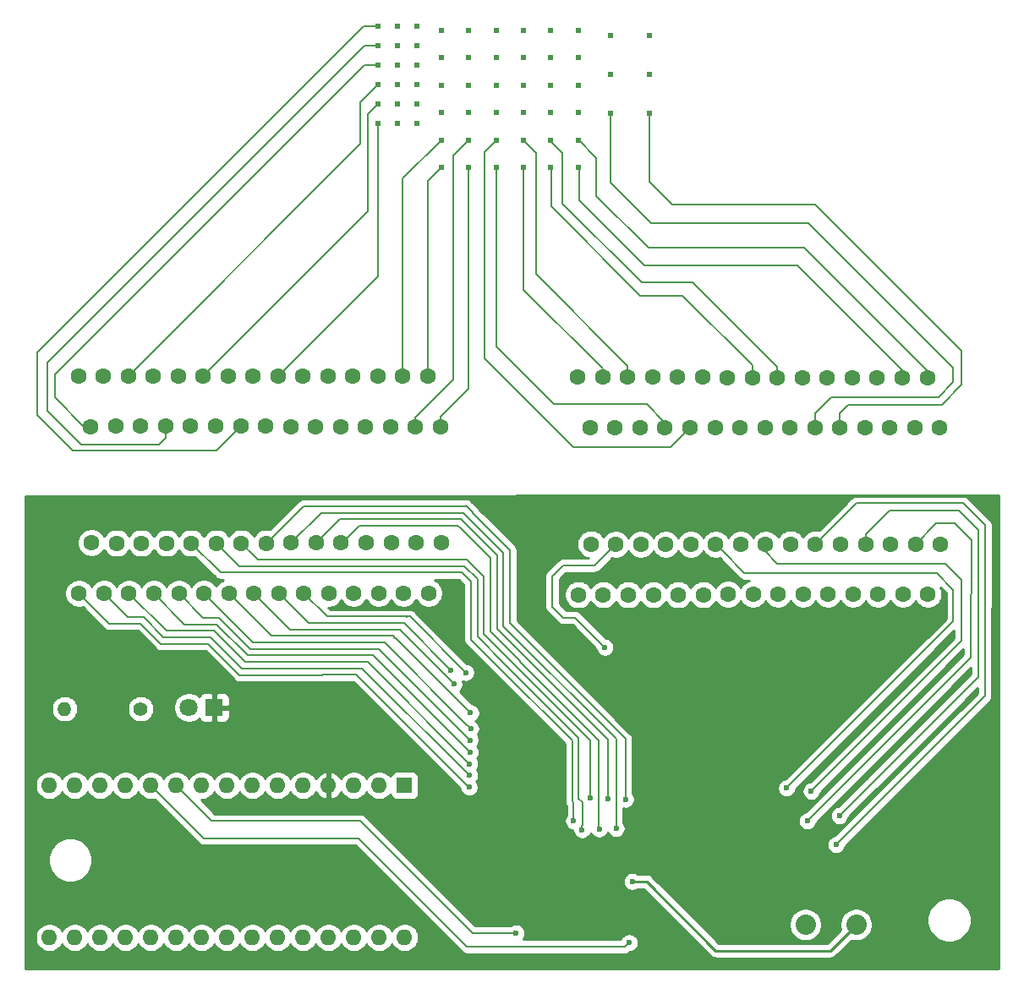
<source format=gbr>
G04 #@! TF.GenerationSoftware,KiCad,Pcbnew,(5.1.5)-3*
G04 #@! TF.CreationDate,2020-07-14T13:35:51-04:00*
G04 #@! TF.ProjectId,dmf_relay_board,646d665f-7265-46c6-9179-5f626f617264,rev?*
G04 #@! TF.SameCoordinates,Original*
G04 #@! TF.FileFunction,Copper,L4,Bot*
G04 #@! TF.FilePolarity,Positive*
%FSLAX46Y46*%
G04 Gerber Fmt 4.6, Leading zero omitted, Abs format (unit mm)*
G04 Created by KiCad (PCBNEW (5.1.5)-3) date 2020-07-14 13:35:51*
%MOMM*%
%LPD*%
G04 APERTURE LIST*
%ADD10C,1.600000*%
%ADD11C,0.604800*%
%ADD12R,1.600000X1.600000*%
%ADD13O,1.600000X1.600000*%
%ADD14R,1.800000X1.800000*%
%ADD15C,1.800000*%
%ADD16C,2.032000*%
%ADD17C,1.400000*%
%ADD18O,1.400000X1.400000*%
%ADD19C,0.600000*%
%ADD20C,0.200000*%
%ADD21C,0.250000*%
%ADD22C,0.254000*%
G04 APERTURE END LIST*
D10*
X120027380Y-95111540D03*
X122527380Y-95071540D03*
X125027380Y-95071540D03*
X127527380Y-95071540D03*
X130027380Y-95071540D03*
X132527380Y-95071540D03*
X135027380Y-95071540D03*
X155027380Y-95111540D03*
X152527380Y-95111540D03*
X150027380Y-95111540D03*
X147527380Y-95111540D03*
X145027380Y-95111540D03*
X142527380Y-95111540D03*
X140027380Y-95111540D03*
X137527380Y-95071540D03*
X153777380Y-90071540D03*
X151277380Y-90071540D03*
X148777380Y-90071540D03*
X146277380Y-90071540D03*
X143777380Y-90071540D03*
X141277380Y-90071540D03*
X138777380Y-90071540D03*
X118777380Y-90031540D03*
X121277380Y-90031540D03*
X123777380Y-90031540D03*
X126277380Y-90031540D03*
X128777380Y-90031540D03*
X131277380Y-90031540D03*
X133777380Y-90071540D03*
X136277380Y-90071540D03*
X170026380Y-95238540D03*
X172526380Y-95198540D03*
X175026380Y-95198540D03*
X177526380Y-95198540D03*
X180026380Y-95198540D03*
X182526380Y-95198540D03*
X185026380Y-95198540D03*
X205026380Y-95238540D03*
X202526380Y-95238540D03*
X200026380Y-95238540D03*
X197526380Y-95238540D03*
X195026380Y-95238540D03*
X192526380Y-95238540D03*
X190026380Y-95238540D03*
X187526380Y-95198540D03*
X203776380Y-90198540D03*
X201276380Y-90198540D03*
X198776380Y-90198540D03*
X196276380Y-90198540D03*
X193776380Y-90198540D03*
X191276380Y-90198540D03*
X188776380Y-90198540D03*
X168776380Y-90158540D03*
X171276380Y-90158540D03*
X173776380Y-90158540D03*
X176276380Y-90158540D03*
X178776380Y-90158540D03*
X181276380Y-90158540D03*
X183776380Y-90198540D03*
X186276380Y-90198540D03*
D11*
X150734500Y-60864100D03*
X148789500Y-58919100D03*
X150734500Y-64754100D03*
X148789500Y-64754100D03*
X150734500Y-62809100D03*
X148789500Y-62809100D03*
X148789500Y-60864100D03*
X150734500Y-58919100D03*
X148789500Y-56974100D03*
X150734500Y-55029100D03*
X148789500Y-55029100D03*
X150734500Y-56974100D03*
X152679500Y-55029100D03*
X168848500Y-69166200D03*
X166098500Y-69166200D03*
X163348500Y-69166200D03*
X160598500Y-69166200D03*
X160598500Y-55416200D03*
X163348500Y-63666200D03*
X157848500Y-63666200D03*
X168848500Y-63666200D03*
X166098500Y-63666200D03*
X160598500Y-66416200D03*
X160598500Y-63666200D03*
X157848500Y-69166200D03*
X157848500Y-66416200D03*
X155098500Y-69166200D03*
X168848500Y-66416200D03*
X166098500Y-66416200D03*
X163348500Y-66416200D03*
X155098500Y-66416200D03*
X163348500Y-60916200D03*
X160598500Y-60916200D03*
X166098500Y-58166200D03*
X155098500Y-63666200D03*
X168848500Y-58166200D03*
X157848500Y-60916200D03*
X168848500Y-60916200D03*
X166098500Y-60916200D03*
X155098500Y-60916200D03*
X168848500Y-55416200D03*
X157848500Y-55416200D03*
X163348500Y-58166200D03*
X157848500Y-58166200D03*
X155098500Y-58166200D03*
X163348500Y-55416200D03*
X166098500Y-55416200D03*
X160598500Y-58166200D03*
X155098500Y-55416200D03*
D10*
X186347500Y-111910500D03*
X183847500Y-111910500D03*
X181347500Y-111950500D03*
X178847500Y-111950500D03*
X176347500Y-111950500D03*
X173847500Y-111950500D03*
X171347500Y-111950500D03*
X168847500Y-111950500D03*
X188847500Y-111910500D03*
X191347500Y-111910500D03*
X193847500Y-111910500D03*
X196347500Y-111910500D03*
X198847500Y-111910500D03*
X201347500Y-111910500D03*
X203847500Y-111910500D03*
X187597500Y-106910500D03*
X190097500Y-106870500D03*
X192597500Y-106870500D03*
X195097500Y-106870500D03*
X197597500Y-106870500D03*
X200097500Y-106870500D03*
X202597500Y-106870500D03*
X205097500Y-106870500D03*
X185097500Y-106910500D03*
X182597500Y-106910500D03*
X180097500Y-106910500D03*
X177597500Y-106910500D03*
X175097500Y-106910500D03*
X172597500Y-106910500D03*
X170097500Y-106870500D03*
D11*
X152679500Y-60864100D03*
X152679500Y-58919100D03*
X152679500Y-64754100D03*
X152679500Y-62809100D03*
X175952140Y-55943500D03*
X152679500Y-56974100D03*
X172062140Y-63723500D03*
X172062140Y-55943500D03*
X172062140Y-59833500D03*
X175952140Y-63723500D03*
X175952140Y-59833500D03*
D10*
X136348500Y-111783500D03*
X133848500Y-111783500D03*
X131348500Y-111823500D03*
X128848500Y-111823500D03*
X126348500Y-111823500D03*
X123848500Y-111823500D03*
X121348500Y-111823500D03*
X118848500Y-111823500D03*
X138848500Y-111783500D03*
X141348500Y-111783500D03*
X143848500Y-111783500D03*
X146348500Y-111783500D03*
X148848500Y-111783500D03*
X151348500Y-111783500D03*
X153848500Y-111783500D03*
X137598500Y-106783500D03*
X140098500Y-106743500D03*
X142598500Y-106743500D03*
X145098500Y-106743500D03*
X147598500Y-106743500D03*
X150098500Y-106743500D03*
X152598500Y-106743500D03*
X155098500Y-106743500D03*
X135098500Y-106783500D03*
X132598500Y-106783500D03*
X130098500Y-106783500D03*
X127598500Y-106783500D03*
X125098500Y-106783500D03*
X122598500Y-106783500D03*
X120098500Y-106743500D03*
D12*
X151447500Y-131064000D03*
D13*
X118427500Y-146304000D03*
X148907500Y-131064000D03*
X120967500Y-146304000D03*
X146367500Y-131064000D03*
X123507500Y-146304000D03*
X143827500Y-131064000D03*
X126047500Y-146304000D03*
X141287500Y-131064000D03*
X128587500Y-146304000D03*
X138747500Y-131064000D03*
X131127500Y-146304000D03*
X136207500Y-131064000D03*
X133667500Y-146304000D03*
X133667500Y-131064000D03*
X136207500Y-146304000D03*
X131127500Y-131064000D03*
X138747500Y-146304000D03*
X128587500Y-131064000D03*
X141287500Y-146304000D03*
X126047500Y-131064000D03*
X143827500Y-146304000D03*
X123507500Y-131064000D03*
X146367500Y-146304000D03*
X120967500Y-131064000D03*
X148907500Y-146304000D03*
X118427500Y-131064000D03*
X151447500Y-146304000D03*
X115887500Y-131064000D03*
X115887500Y-146304000D03*
D14*
X132397500Y-123253500D03*
D15*
X129857500Y-123253500D03*
D16*
X196664580Y-145000980D03*
X191584580Y-145000980D03*
D17*
X125031500Y-123380500D03*
D18*
X117411500Y-123380500D03*
D19*
X172801280Y-140548360D03*
X162623500Y-145859500D03*
X173926500Y-146812000D03*
X171503340Y-117215920D03*
X189697360Y-131318000D03*
X194980560Y-134091680D03*
X191764920Y-134630160D03*
X192176400Y-131622800D03*
X194640200Y-137002520D03*
X157571440Y-119740680D03*
X156102586Y-119512814D03*
X157909620Y-131234269D03*
X157922359Y-130048618D03*
X157965927Y-128890104D03*
X158006154Y-127728249D03*
X157997380Y-126517393D03*
X158059065Y-125376995D03*
X158054040Y-123789440D03*
X156377640Y-120919240D03*
X173553120Y-132443220D03*
X172626020Y-135366760D03*
X171776020Y-132410200D03*
X170926020Y-135402320D03*
X170064060Y-132316220D03*
X169214060Y-135498840D03*
X168382580Y-134594794D03*
X174244000Y-140670280D03*
D20*
X147002500Y-134620000D02*
X132143500Y-134620000D01*
X162623500Y-145859500D02*
X158242000Y-145859500D01*
X132143500Y-134620000D02*
X128587500Y-131064000D01*
X158242000Y-145859500D02*
X147002500Y-134620000D01*
X173526501Y-147211999D02*
X157689499Y-147211999D01*
X173926500Y-146812000D02*
X173526501Y-147211999D01*
X157689499Y-147211999D02*
X146812000Y-136334500D01*
X126847499Y-131863999D02*
X126047500Y-131064000D01*
X131318000Y-136334500D02*
X126847499Y-131863999D01*
X146812000Y-136334500D02*
X131318000Y-136334500D01*
X167309800Y-109019340D02*
X170488660Y-109019340D01*
X166230300Y-110098840D02*
X167309800Y-109019340D01*
X167335200Y-114249200D02*
X166230300Y-113144300D01*
X170488660Y-109019340D02*
X172597500Y-106910500D01*
X166230300Y-113144300D02*
X166230300Y-110098840D01*
X168536620Y-114249200D02*
X167335200Y-114249200D01*
X171503340Y-117215920D02*
X168536620Y-114249200D01*
X185486120Y-109799120D02*
X183397499Y-107710499D01*
X183397499Y-107710499D02*
X182597500Y-106910500D01*
X204713840Y-109799120D02*
X185486120Y-109799120D01*
X206400400Y-111485680D02*
X204713840Y-109799120D01*
X189697360Y-131318000D02*
X206385160Y-114630200D01*
X206385160Y-111500920D02*
X206400400Y-111485680D01*
X206385160Y-114630200D02*
X206385160Y-111500920D01*
X197597500Y-105932500D02*
X197597500Y-106870500D01*
X200019920Y-103510080D02*
X197597500Y-105932500D01*
X206943960Y-103510080D02*
X200019920Y-103510080D01*
X208920310Y-105486430D02*
X206943960Y-103510080D01*
X194980560Y-134091680D02*
X198216520Y-130855720D01*
X208889600Y-120131840D02*
X208920310Y-105486430D01*
X198216520Y-130855720D02*
X198236840Y-130855720D01*
X208889600Y-120202960D02*
X208889600Y-120131840D01*
X198236840Y-130855720D02*
X208889600Y-120202960D01*
X204647280Y-104820720D02*
X202597500Y-106870500D01*
X206517240Y-104820720D02*
X204647280Y-104820720D01*
X208184050Y-106487530D02*
X206517240Y-104820720D01*
X208142840Y-118252240D02*
X208142840Y-117388640D01*
X191764920Y-134630160D02*
X208142840Y-118252240D01*
X208142840Y-117388640D02*
X208184050Y-106487530D01*
X187597500Y-107625600D02*
X187597500Y-106910500D01*
X188789310Y-108817410D02*
X187597500Y-107625600D01*
X205601570Y-108817410D02*
X188789310Y-108817410D01*
X207213200Y-116586000D02*
X207213200Y-110495080D01*
X192176400Y-131622800D02*
X207213200Y-116586000D01*
X207213200Y-110495080D02*
X205601570Y-108817410D01*
X207370680Y-102778560D02*
X196689440Y-102778560D01*
X209585560Y-104993440D02*
X207370680Y-102778560D01*
X196178900Y-103289100D02*
X192597500Y-106870500D01*
X196689440Y-102778560D02*
X196178900Y-103289100D01*
X194640200Y-137002520D02*
X209550000Y-122092720D01*
X209550000Y-122092720D02*
X209550000Y-121518680D01*
X209550000Y-121518680D02*
X209585560Y-104993440D01*
X143704980Y-114139980D02*
X141348500Y-111783500D01*
X151665940Y-114139980D02*
X143704980Y-114139980D01*
X151665940Y-114139980D02*
X151665940Y-114175540D01*
X151970740Y-114139980D02*
X151665940Y-114139980D01*
X157571440Y-119740680D02*
X151970740Y-114139980D01*
X141854990Y-114789990D02*
X138848500Y-111783500D01*
X156102586Y-119512814D02*
X151413012Y-114823240D01*
X151413012Y-114823240D02*
X150896320Y-114823240D01*
X150896320Y-114823240D02*
X141854990Y-114789990D01*
X125027286Y-114840790D02*
X121865790Y-114840790D01*
X127048436Y-116861940D02*
X125027286Y-114840790D01*
X131790680Y-116861940D02*
X127048436Y-116861940D01*
X134923190Y-119994450D02*
X131790680Y-116861940D01*
X157909620Y-131234269D02*
X157850008Y-131234269D01*
X121865790Y-114840790D02*
X118848500Y-111823500D01*
X143224822Y-119990070D02*
X143220442Y-119994450D01*
X157850008Y-131234269D02*
X146605809Y-119990070D01*
X143220442Y-119994450D02*
X134923190Y-119994450D01*
X146605809Y-119990070D02*
X143224822Y-119990070D01*
X157922359Y-130048618D02*
X147213801Y-119340060D01*
X147213801Y-119340060D02*
X147269200Y-119340060D01*
X123715780Y-114190780D02*
X121348500Y-111823500D01*
X125296528Y-114190780D02*
X123715780Y-114190780D01*
X127317678Y-116211930D02*
X125296528Y-114190780D01*
X132059922Y-116211930D02*
X127317678Y-116211930D01*
X142951200Y-119344440D02*
X135192432Y-119344440D01*
X142955580Y-119340060D02*
X142951200Y-119344440D01*
X147213801Y-119340060D02*
X142955580Y-119340060D01*
X135192432Y-119344440D02*
X132059922Y-116211930D01*
X157965927Y-128890104D02*
X147765873Y-118690050D01*
X147354628Y-118690052D02*
X135457296Y-118690052D01*
X147765873Y-118690050D02*
X147354630Y-118690050D01*
X147354630Y-118690050D02*
X147354628Y-118690052D01*
X135457296Y-118690052D02*
X132329164Y-115561920D01*
X127586920Y-115561920D02*
X123848500Y-111823500D01*
X132329164Y-115561920D02*
X127586920Y-115561920D01*
X158006154Y-127728249D02*
X158006154Y-127658234D01*
X129436910Y-114911910D02*
X126348500Y-111823500D01*
X132598406Y-114911910D02*
X129436910Y-114911910D01*
X157650235Y-127428250D02*
X148262025Y-118040040D01*
X135726536Y-118040040D02*
X132598406Y-114911910D01*
X158006154Y-127728249D02*
X157706155Y-127428250D01*
X157706155Y-127428250D02*
X157650235Y-127428250D01*
X148262025Y-118040040D02*
X135726536Y-118040040D01*
X135995778Y-117390030D02*
X132867648Y-114261900D01*
X131286900Y-114261900D02*
X128848500Y-111823500D01*
X157997380Y-126517393D02*
X148870017Y-117390030D01*
X132867648Y-114261900D02*
X131286900Y-114261900D01*
X148870017Y-117390030D02*
X135995778Y-117390030D01*
X131890498Y-111823500D02*
X131348500Y-111823500D01*
X136265020Y-116740020D02*
X131348500Y-111823500D01*
X149437440Y-116740020D02*
X136265020Y-116740020D01*
X157462220Y-124764800D02*
X149437440Y-116740020D01*
X158059065Y-125376995D02*
X157462220Y-124780150D01*
X157462220Y-124780150D02*
X157462220Y-124764800D01*
X158054040Y-123789440D02*
X155046680Y-120782080D01*
X155046680Y-120782080D02*
X155026360Y-120782080D01*
X150278410Y-116090010D02*
X138155010Y-116090010D01*
X150474680Y-116286280D02*
X150278410Y-116090010D01*
X138155010Y-116090010D02*
X133848500Y-111783500D01*
X150550880Y-116286280D02*
X150474680Y-116286280D01*
X155046680Y-120782080D02*
X150550880Y-116286280D01*
X140005000Y-115440000D02*
X136348500Y-111783500D01*
X150545800Y-115473480D02*
X140005000Y-115440000D01*
X156377640Y-120919240D02*
X150948400Y-115490000D01*
X150562320Y-115490000D02*
X150545800Y-115473480D01*
X150948400Y-115490000D02*
X150562320Y-115490000D01*
X173553120Y-132443220D02*
X173553120Y-126382780D01*
X173553120Y-126382780D02*
X161991040Y-114820700D01*
X161991040Y-114820700D02*
X161991040Y-107492800D01*
X161991040Y-107492800D02*
X158244540Y-103746300D01*
X158244540Y-103746300D02*
X158244540Y-103723440D01*
X158244540Y-103723440D02*
X157573980Y-103052880D01*
X157573980Y-103052880D02*
X157538420Y-103088440D01*
X141293560Y-103088440D02*
X137598500Y-106783500D01*
X157538420Y-103088440D02*
X141293560Y-103088440D01*
X143103550Y-103738450D02*
X140098500Y-106743500D01*
X157312130Y-103738450D02*
X143103550Y-103738450D01*
X172626020Y-126374932D02*
X161341030Y-115089942D01*
X157589224Y-104015544D02*
X157312130Y-103738450D01*
X161341030Y-115089942D02*
X161341030Y-108735090D01*
X172626020Y-135366760D02*
X172626020Y-126374932D01*
X161341030Y-107762042D02*
X161341030Y-108735090D01*
X157594532Y-104015544D02*
X161341030Y-107762042D01*
X157589224Y-104015544D02*
X157594532Y-104015544D01*
X171776020Y-126717160D02*
X171776020Y-132410200D01*
X142598500Y-106743500D02*
X144953540Y-104388460D01*
X157319982Y-104665554D02*
X157325290Y-104665554D01*
X157042888Y-104388460D02*
X157319982Y-104665554D01*
X144953540Y-104388460D02*
X157042888Y-104388460D01*
X157325290Y-104665554D02*
X160691020Y-108031284D01*
X160691020Y-108031284D02*
X160691020Y-115359184D01*
X165613080Y-120291860D02*
X171780200Y-126458980D01*
X160691020Y-115359184D02*
X165613080Y-120281244D01*
X171780200Y-126458980D02*
X171780200Y-126712980D01*
X165613080Y-120281244D02*
X165613080Y-120291860D01*
X171780200Y-126712980D02*
X171776020Y-126717160D01*
X157056048Y-105315564D02*
X160041010Y-108300526D01*
X146957470Y-105038470D02*
X156773646Y-105038470D01*
X163040060Y-118627476D02*
X163040060Y-118638092D01*
X170914060Y-135390360D02*
X170926020Y-135402320D01*
X157050740Y-105315564D02*
X157056048Y-105315564D01*
X170914060Y-126512092D02*
X170914060Y-135390360D01*
X156773646Y-105038470D02*
X157050740Y-105315564D01*
X145252440Y-106743500D02*
X146957470Y-105038470D01*
X160041010Y-115628426D02*
X163040060Y-118627476D01*
X145098500Y-106743500D02*
X145252440Y-106743500D01*
X160041010Y-108300526D02*
X160041010Y-115628426D01*
X163040060Y-118638092D02*
X170914060Y-126512092D01*
X170064060Y-127974460D02*
X170064060Y-132316220D01*
X157716220Y-108437680D02*
X159391000Y-110112460D01*
X136448501Y-108133501D02*
X136451961Y-108133501D01*
X159391000Y-115897668D02*
X162390052Y-118896720D01*
X136756140Y-108437680D02*
X157716220Y-108437680D01*
X135098500Y-106783500D02*
X136448501Y-108133501D01*
X136451961Y-108133501D02*
X136756140Y-108437680D01*
X159391000Y-110112460D02*
X159391000Y-115897668D01*
X170065700Y-126582984D02*
X170065700Y-127972820D01*
X162390052Y-118896720D02*
X162390052Y-118907336D01*
X162390052Y-118907336D02*
X170065700Y-126582984D01*
X170065700Y-127972820D02*
X170064060Y-127974460D01*
X134902690Y-109087690D02*
X132598500Y-106783500D01*
X161604960Y-119041496D02*
X161604960Y-119030880D01*
X169214060Y-135498840D02*
X169232580Y-135480320D01*
X161604960Y-119030880D02*
X158740990Y-116166910D01*
X158740990Y-116166910D02*
X158740990Y-110384470D01*
X157444210Y-109087690D02*
X134902690Y-109087690D01*
X158740990Y-110384470D02*
X157444210Y-109087690D01*
X169232581Y-135002795D02*
X169232581Y-132742743D01*
X169232581Y-132742743D02*
X168869360Y-132379522D01*
X169214060Y-135498840D02*
X169214060Y-135021316D01*
X169214060Y-135021316D02*
X169232581Y-135002795D01*
X168869360Y-132379522D02*
X168869360Y-126305896D01*
X161744660Y-119170580D02*
X161604960Y-119030880D01*
X161744660Y-119181196D02*
X161744660Y-119170580D01*
X168869360Y-126305896D02*
X161744660Y-119181196D01*
X157174968Y-109737700D02*
X133052700Y-109737700D01*
X133052700Y-109737700D02*
X130098500Y-106783500D01*
X158090980Y-110653712D02*
X157174968Y-109737700D01*
X160931860Y-119277032D02*
X158090980Y-116436152D01*
X168382580Y-132811994D02*
X168219350Y-132648764D01*
X158090980Y-116436152D02*
X158090980Y-110653712D01*
X168219350Y-126575138D02*
X160931860Y-119287648D01*
X168382580Y-134594794D02*
X168382580Y-132811994D01*
X168219350Y-132648764D02*
X168219350Y-126575138D01*
X160931860Y-119287648D02*
X160931860Y-119277032D01*
X192526380Y-95238540D02*
X192526380Y-93764640D01*
X192526380Y-93764640D02*
X194129660Y-92161360D01*
X194129660Y-92161360D02*
X204884020Y-92161360D01*
X204884020Y-92161360D02*
X206367380Y-90678000D01*
X206367380Y-90678000D02*
X206367380Y-89227660D01*
X206367380Y-89227660D02*
X191902080Y-74762360D01*
X191902080Y-74762360D02*
X176159160Y-74762360D01*
X172062140Y-70665340D02*
X172062140Y-63723500D01*
X176159160Y-74762360D02*
X172062140Y-70665340D01*
X195026380Y-93769080D02*
X195026380Y-95238540D01*
X195889880Y-92905580D02*
X195026380Y-93769080D01*
X207228440Y-87538560D02*
X207228440Y-90904060D01*
X207228440Y-90904060D02*
X205226920Y-92905580D01*
X205226920Y-92905580D02*
X195889880Y-92905580D01*
X207228440Y-87538560D02*
X207203040Y-87538560D01*
X207203040Y-87538560D02*
X192526920Y-72862440D01*
X192526920Y-72862440D02*
X178247040Y-72862440D01*
X175952140Y-70567540D02*
X175952140Y-63723500D01*
X178247040Y-72862440D02*
X175952140Y-70567540D01*
X181276380Y-90158540D02*
X181276380Y-89767800D01*
X183776380Y-90198540D02*
X183776380Y-89656680D01*
X151277380Y-70237320D02*
X155098500Y-66416200D01*
X151277380Y-90071540D02*
X151277380Y-70237320D01*
X156298900Y-67965800D02*
X157848500Y-66416200D01*
X156298900Y-90424000D02*
X156298900Y-67965800D01*
X152527380Y-95111540D02*
X152527380Y-94195520D01*
X152527380Y-94195520D02*
X156298900Y-90424000D01*
X168302940Y-97132140D02*
X162232340Y-91061540D01*
X180026380Y-95198540D02*
X178092780Y-97132140D01*
X178092780Y-97132140D02*
X168302940Y-97132140D01*
X162232340Y-91061540D02*
X162224720Y-91061540D01*
X162224720Y-91061540D02*
X159412940Y-88249760D01*
X159412940Y-67601760D02*
X160598500Y-66416200D01*
X159412940Y-88249760D02*
X159412940Y-67601760D01*
X173776380Y-90158540D02*
X173776380Y-89011500D01*
X173776380Y-89011500D02*
X164617400Y-79852520D01*
X164617400Y-67685100D02*
X163348500Y-66416200D01*
X164617400Y-79852520D02*
X164617400Y-67685100D01*
X188776380Y-90198540D02*
X188776380Y-89139800D01*
X188776380Y-89139800D02*
X180296820Y-80660240D01*
X180296820Y-80660240D02*
X175171100Y-80660240D01*
X175171100Y-80660240D02*
X167259000Y-72748140D01*
X167259000Y-67703700D02*
X166169340Y-66614040D01*
X167259000Y-72748140D02*
X167259000Y-67703700D01*
X203776380Y-90198540D02*
X203776380Y-89539880D01*
X203776380Y-89539880D02*
X191424560Y-77188060D01*
X191424560Y-77188060D02*
X175839120Y-77188060D01*
X175839120Y-77188060D02*
X170670220Y-72019160D01*
X170670220Y-68211700D02*
X168831260Y-66372740D01*
X170670220Y-72019160D02*
X170670220Y-68211700D01*
X114670840Y-93954600D02*
X114670840Y-87721440D01*
X147363180Y-55029100D02*
X148789500Y-55029100D01*
X114670840Y-87721440D02*
X147363180Y-55029100D01*
X132608320Y-97485200D02*
X118201440Y-97485200D01*
X118201440Y-97485200D02*
X114670840Y-93954600D01*
X135027380Y-95071540D02*
X134227381Y-95871539D01*
X134227381Y-95871539D02*
X134221981Y-95871539D01*
X134221981Y-95871539D02*
X132608320Y-97485200D01*
X115712240Y-93553280D02*
X115712240Y-88712040D01*
X115712240Y-88712040D02*
X147450180Y-56974100D01*
X147450180Y-56974100D02*
X148789500Y-56974100D01*
X126844530Y-96885760D02*
X119044720Y-96885760D01*
X119044720Y-96885760D02*
X115712240Y-93553280D01*
X127527380Y-95071540D02*
X127527380Y-95388100D01*
X127527380Y-95071540D02*
X127527380Y-96202910D01*
X127527380Y-96202910D02*
X126844530Y-96885760D01*
X147411440Y-58897520D02*
X148747480Y-58897520D01*
X116443760Y-89865200D02*
X147411440Y-58897520D01*
X116443760Y-90109040D02*
X116459000Y-90093800D01*
X116443760Y-90109040D02*
X116443760Y-89865200D01*
X116443760Y-92194380D02*
X116443760Y-90109040D01*
X120027380Y-95111540D02*
X119360920Y-95111540D01*
X119360920Y-95111540D02*
X116443760Y-92194380D01*
X148607240Y-61046360D02*
X148789500Y-60864100D01*
X147040600Y-62613000D02*
X148789500Y-60864100D01*
X147040600Y-66768320D02*
X147040600Y-62613000D01*
X123777380Y-90031540D02*
X147040600Y-66768320D01*
X153777380Y-70487320D02*
X155098500Y-69166200D01*
X153777380Y-90071540D02*
X153777380Y-70487320D01*
X157848500Y-91322960D02*
X157848500Y-69166200D01*
X155027380Y-95111540D02*
X155027380Y-94144080D01*
X155027380Y-94144080D02*
X157848500Y-91322960D01*
X177526380Y-95198540D02*
X177526380Y-94686820D01*
X177526380Y-94686820D02*
X175684180Y-92844620D01*
X166357300Y-92844620D02*
X163348500Y-89835820D01*
X175684180Y-92844620D02*
X166357300Y-92844620D01*
X163348500Y-89835820D02*
X163340880Y-89835820D01*
X160787080Y-87282020D02*
X160784540Y-87282020D01*
X163340880Y-89835820D02*
X160787080Y-87282020D01*
X160599120Y-87096600D02*
X160599120Y-69250560D01*
X160784540Y-87282020D02*
X160599120Y-87096600D01*
X171276380Y-90158540D02*
X171276380Y-89330900D01*
X163348500Y-81403020D02*
X163348500Y-69166200D01*
X171276380Y-89330900D02*
X163348500Y-81403020D01*
X186276380Y-90198540D02*
X186276380Y-88979140D01*
X186276380Y-88979140D02*
X179290980Y-81993740D01*
X179290980Y-81993740D02*
X175049180Y-81993740D01*
X166128700Y-73073260D02*
X166128700Y-69316600D01*
X175049180Y-81993740D02*
X166128700Y-73073260D01*
X201276380Y-90198540D02*
X201276380Y-89488440D01*
X201276380Y-89488440D02*
X190779400Y-78991460D01*
X190779400Y-78991460D02*
X175465740Y-78991460D01*
X168899840Y-72425560D02*
X168899840Y-69293740D01*
X175465740Y-78991460D02*
X168899840Y-72425560D01*
X147787360Y-63811240D02*
X148789500Y-62809100D01*
X147787360Y-73512680D02*
X147787360Y-63811240D01*
X131277380Y-90031540D02*
X132077379Y-89231541D01*
X132077379Y-89231541D02*
X132077379Y-89222661D01*
X132077379Y-89222661D02*
X147787360Y-73512680D01*
X148789500Y-65881140D02*
X148789500Y-64754100D01*
X148789500Y-80059420D02*
X148789500Y-65881140D01*
X138777380Y-90071540D02*
X148789500Y-80059420D01*
D21*
X196664580Y-145000980D02*
X194066160Y-147599400D01*
X194066160Y-147599400D02*
X182605680Y-147599400D01*
X175676560Y-140670280D02*
X174244000Y-140670280D01*
X182605680Y-147599400D02*
X175676560Y-140670280D01*
D22*
G36*
X210896200Y-149453600D02*
G01*
X113507520Y-149453600D01*
X113507520Y-146162665D01*
X114452500Y-146162665D01*
X114452500Y-146445335D01*
X114507647Y-146722574D01*
X114615820Y-146983727D01*
X114772863Y-147218759D01*
X114972741Y-147418637D01*
X115207773Y-147575680D01*
X115468926Y-147683853D01*
X115746165Y-147739000D01*
X116028835Y-147739000D01*
X116306074Y-147683853D01*
X116567227Y-147575680D01*
X116802259Y-147418637D01*
X117002137Y-147218759D01*
X117157500Y-146986241D01*
X117312863Y-147218759D01*
X117512741Y-147418637D01*
X117747773Y-147575680D01*
X118008926Y-147683853D01*
X118286165Y-147739000D01*
X118568835Y-147739000D01*
X118846074Y-147683853D01*
X119107227Y-147575680D01*
X119342259Y-147418637D01*
X119542137Y-147218759D01*
X119697500Y-146986241D01*
X119852863Y-147218759D01*
X120052741Y-147418637D01*
X120287773Y-147575680D01*
X120548926Y-147683853D01*
X120826165Y-147739000D01*
X121108835Y-147739000D01*
X121386074Y-147683853D01*
X121647227Y-147575680D01*
X121882259Y-147418637D01*
X122082137Y-147218759D01*
X122237500Y-146986241D01*
X122392863Y-147218759D01*
X122592741Y-147418637D01*
X122827773Y-147575680D01*
X123088926Y-147683853D01*
X123366165Y-147739000D01*
X123648835Y-147739000D01*
X123926074Y-147683853D01*
X124187227Y-147575680D01*
X124422259Y-147418637D01*
X124622137Y-147218759D01*
X124777500Y-146986241D01*
X124932863Y-147218759D01*
X125132741Y-147418637D01*
X125367773Y-147575680D01*
X125628926Y-147683853D01*
X125906165Y-147739000D01*
X126188835Y-147739000D01*
X126466074Y-147683853D01*
X126727227Y-147575680D01*
X126962259Y-147418637D01*
X127162137Y-147218759D01*
X127317500Y-146986241D01*
X127472863Y-147218759D01*
X127672741Y-147418637D01*
X127907773Y-147575680D01*
X128168926Y-147683853D01*
X128446165Y-147739000D01*
X128728835Y-147739000D01*
X129006074Y-147683853D01*
X129267227Y-147575680D01*
X129502259Y-147418637D01*
X129702137Y-147218759D01*
X129857500Y-146986241D01*
X130012863Y-147218759D01*
X130212741Y-147418637D01*
X130447773Y-147575680D01*
X130708926Y-147683853D01*
X130986165Y-147739000D01*
X131268835Y-147739000D01*
X131546074Y-147683853D01*
X131807227Y-147575680D01*
X132042259Y-147418637D01*
X132242137Y-147218759D01*
X132397500Y-146986241D01*
X132552863Y-147218759D01*
X132752741Y-147418637D01*
X132987773Y-147575680D01*
X133248926Y-147683853D01*
X133526165Y-147739000D01*
X133808835Y-147739000D01*
X134086074Y-147683853D01*
X134347227Y-147575680D01*
X134582259Y-147418637D01*
X134782137Y-147218759D01*
X134937500Y-146986241D01*
X135092863Y-147218759D01*
X135292741Y-147418637D01*
X135527773Y-147575680D01*
X135788926Y-147683853D01*
X136066165Y-147739000D01*
X136348835Y-147739000D01*
X136626074Y-147683853D01*
X136887227Y-147575680D01*
X137122259Y-147418637D01*
X137322137Y-147218759D01*
X137477500Y-146986241D01*
X137632863Y-147218759D01*
X137832741Y-147418637D01*
X138067773Y-147575680D01*
X138328926Y-147683853D01*
X138606165Y-147739000D01*
X138888835Y-147739000D01*
X139166074Y-147683853D01*
X139427227Y-147575680D01*
X139662259Y-147418637D01*
X139862137Y-147218759D01*
X140017500Y-146986241D01*
X140172863Y-147218759D01*
X140372741Y-147418637D01*
X140607773Y-147575680D01*
X140868926Y-147683853D01*
X141146165Y-147739000D01*
X141428835Y-147739000D01*
X141706074Y-147683853D01*
X141967227Y-147575680D01*
X142202259Y-147418637D01*
X142402137Y-147218759D01*
X142557500Y-146986241D01*
X142712863Y-147218759D01*
X142912741Y-147418637D01*
X143147773Y-147575680D01*
X143408926Y-147683853D01*
X143686165Y-147739000D01*
X143968835Y-147739000D01*
X144246074Y-147683853D01*
X144507227Y-147575680D01*
X144742259Y-147418637D01*
X144942137Y-147218759D01*
X145097500Y-146986241D01*
X145252863Y-147218759D01*
X145452741Y-147418637D01*
X145687773Y-147575680D01*
X145948926Y-147683853D01*
X146226165Y-147739000D01*
X146508835Y-147739000D01*
X146786074Y-147683853D01*
X147047227Y-147575680D01*
X147282259Y-147418637D01*
X147482137Y-147218759D01*
X147637500Y-146986241D01*
X147792863Y-147218759D01*
X147992741Y-147418637D01*
X148227773Y-147575680D01*
X148488926Y-147683853D01*
X148766165Y-147739000D01*
X149048835Y-147739000D01*
X149326074Y-147683853D01*
X149587227Y-147575680D01*
X149822259Y-147418637D01*
X150022137Y-147218759D01*
X150177500Y-146986241D01*
X150332863Y-147218759D01*
X150532741Y-147418637D01*
X150767773Y-147575680D01*
X151028926Y-147683853D01*
X151306165Y-147739000D01*
X151588835Y-147739000D01*
X151866074Y-147683853D01*
X152127227Y-147575680D01*
X152362259Y-147418637D01*
X152562137Y-147218759D01*
X152719180Y-146983727D01*
X152827353Y-146722574D01*
X152882500Y-146445335D01*
X152882500Y-146162665D01*
X152827353Y-145885426D01*
X152719180Y-145624273D01*
X152562137Y-145389241D01*
X152362259Y-145189363D01*
X152127227Y-145032320D01*
X151866074Y-144924147D01*
X151588835Y-144869000D01*
X151306165Y-144869000D01*
X151028926Y-144924147D01*
X150767773Y-145032320D01*
X150532741Y-145189363D01*
X150332863Y-145389241D01*
X150177500Y-145621759D01*
X150022137Y-145389241D01*
X149822259Y-145189363D01*
X149587227Y-145032320D01*
X149326074Y-144924147D01*
X149048835Y-144869000D01*
X148766165Y-144869000D01*
X148488926Y-144924147D01*
X148227773Y-145032320D01*
X147992741Y-145189363D01*
X147792863Y-145389241D01*
X147637500Y-145621759D01*
X147482137Y-145389241D01*
X147282259Y-145189363D01*
X147047227Y-145032320D01*
X146786074Y-144924147D01*
X146508835Y-144869000D01*
X146226165Y-144869000D01*
X145948926Y-144924147D01*
X145687773Y-145032320D01*
X145452741Y-145189363D01*
X145252863Y-145389241D01*
X145097500Y-145621759D01*
X144942137Y-145389241D01*
X144742259Y-145189363D01*
X144507227Y-145032320D01*
X144246074Y-144924147D01*
X143968835Y-144869000D01*
X143686165Y-144869000D01*
X143408926Y-144924147D01*
X143147773Y-145032320D01*
X142912741Y-145189363D01*
X142712863Y-145389241D01*
X142557500Y-145621759D01*
X142402137Y-145389241D01*
X142202259Y-145189363D01*
X141967227Y-145032320D01*
X141706074Y-144924147D01*
X141428835Y-144869000D01*
X141146165Y-144869000D01*
X140868926Y-144924147D01*
X140607773Y-145032320D01*
X140372741Y-145189363D01*
X140172863Y-145389241D01*
X140017500Y-145621759D01*
X139862137Y-145389241D01*
X139662259Y-145189363D01*
X139427227Y-145032320D01*
X139166074Y-144924147D01*
X138888835Y-144869000D01*
X138606165Y-144869000D01*
X138328926Y-144924147D01*
X138067773Y-145032320D01*
X137832741Y-145189363D01*
X137632863Y-145389241D01*
X137477500Y-145621759D01*
X137322137Y-145389241D01*
X137122259Y-145189363D01*
X136887227Y-145032320D01*
X136626074Y-144924147D01*
X136348835Y-144869000D01*
X136066165Y-144869000D01*
X135788926Y-144924147D01*
X135527773Y-145032320D01*
X135292741Y-145189363D01*
X135092863Y-145389241D01*
X134937500Y-145621759D01*
X134782137Y-145389241D01*
X134582259Y-145189363D01*
X134347227Y-145032320D01*
X134086074Y-144924147D01*
X133808835Y-144869000D01*
X133526165Y-144869000D01*
X133248926Y-144924147D01*
X132987773Y-145032320D01*
X132752741Y-145189363D01*
X132552863Y-145389241D01*
X132397500Y-145621759D01*
X132242137Y-145389241D01*
X132042259Y-145189363D01*
X131807227Y-145032320D01*
X131546074Y-144924147D01*
X131268835Y-144869000D01*
X130986165Y-144869000D01*
X130708926Y-144924147D01*
X130447773Y-145032320D01*
X130212741Y-145189363D01*
X130012863Y-145389241D01*
X129857500Y-145621759D01*
X129702137Y-145389241D01*
X129502259Y-145189363D01*
X129267227Y-145032320D01*
X129006074Y-144924147D01*
X128728835Y-144869000D01*
X128446165Y-144869000D01*
X128168926Y-144924147D01*
X127907773Y-145032320D01*
X127672741Y-145189363D01*
X127472863Y-145389241D01*
X127317500Y-145621759D01*
X127162137Y-145389241D01*
X126962259Y-145189363D01*
X126727227Y-145032320D01*
X126466074Y-144924147D01*
X126188835Y-144869000D01*
X125906165Y-144869000D01*
X125628926Y-144924147D01*
X125367773Y-145032320D01*
X125132741Y-145189363D01*
X124932863Y-145389241D01*
X124777500Y-145621759D01*
X124622137Y-145389241D01*
X124422259Y-145189363D01*
X124187227Y-145032320D01*
X123926074Y-144924147D01*
X123648835Y-144869000D01*
X123366165Y-144869000D01*
X123088926Y-144924147D01*
X122827773Y-145032320D01*
X122592741Y-145189363D01*
X122392863Y-145389241D01*
X122237500Y-145621759D01*
X122082137Y-145389241D01*
X121882259Y-145189363D01*
X121647227Y-145032320D01*
X121386074Y-144924147D01*
X121108835Y-144869000D01*
X120826165Y-144869000D01*
X120548926Y-144924147D01*
X120287773Y-145032320D01*
X120052741Y-145189363D01*
X119852863Y-145389241D01*
X119697500Y-145621759D01*
X119542137Y-145389241D01*
X119342259Y-145189363D01*
X119107227Y-145032320D01*
X118846074Y-144924147D01*
X118568835Y-144869000D01*
X118286165Y-144869000D01*
X118008926Y-144924147D01*
X117747773Y-145032320D01*
X117512741Y-145189363D01*
X117312863Y-145389241D01*
X117157500Y-145621759D01*
X117002137Y-145389241D01*
X116802259Y-145189363D01*
X116567227Y-145032320D01*
X116306074Y-144924147D01*
X116028835Y-144869000D01*
X115746165Y-144869000D01*
X115468926Y-144924147D01*
X115207773Y-145032320D01*
X114972741Y-145189363D01*
X114772863Y-145389241D01*
X114615820Y-145624273D01*
X114507647Y-145885426D01*
X114452500Y-146162665D01*
X113507520Y-146162665D01*
X113507520Y-138315872D01*
X115738500Y-138315872D01*
X115738500Y-138756128D01*
X115824390Y-139187925D01*
X115992869Y-139594669D01*
X116237462Y-139960729D01*
X116548771Y-140272038D01*
X116914831Y-140516631D01*
X117321575Y-140685110D01*
X117753372Y-140771000D01*
X118193628Y-140771000D01*
X118625425Y-140685110D01*
X119032169Y-140516631D01*
X119398229Y-140272038D01*
X119709538Y-139960729D01*
X119954131Y-139594669D01*
X120122610Y-139187925D01*
X120208500Y-138756128D01*
X120208500Y-138315872D01*
X120122610Y-137884075D01*
X119954131Y-137477331D01*
X119709538Y-137111271D01*
X119398229Y-136799962D01*
X119032169Y-136555369D01*
X118625425Y-136386890D01*
X118193628Y-136301000D01*
X117753372Y-136301000D01*
X117321575Y-136386890D01*
X116914831Y-136555369D01*
X116548771Y-136799962D01*
X116237462Y-137111271D01*
X115992869Y-137477331D01*
X115824390Y-137884075D01*
X115738500Y-138315872D01*
X113507520Y-138315872D01*
X113507520Y-130922665D01*
X114452500Y-130922665D01*
X114452500Y-131205335D01*
X114507647Y-131482574D01*
X114615820Y-131743727D01*
X114772863Y-131978759D01*
X114972741Y-132178637D01*
X115207773Y-132335680D01*
X115468926Y-132443853D01*
X115746165Y-132499000D01*
X116028835Y-132499000D01*
X116306074Y-132443853D01*
X116567227Y-132335680D01*
X116802259Y-132178637D01*
X117002137Y-131978759D01*
X117157500Y-131746241D01*
X117312863Y-131978759D01*
X117512741Y-132178637D01*
X117747773Y-132335680D01*
X118008926Y-132443853D01*
X118286165Y-132499000D01*
X118568835Y-132499000D01*
X118846074Y-132443853D01*
X119107227Y-132335680D01*
X119342259Y-132178637D01*
X119542137Y-131978759D01*
X119697500Y-131746241D01*
X119852863Y-131978759D01*
X120052741Y-132178637D01*
X120287773Y-132335680D01*
X120548926Y-132443853D01*
X120826165Y-132499000D01*
X121108835Y-132499000D01*
X121386074Y-132443853D01*
X121647227Y-132335680D01*
X121882259Y-132178637D01*
X122082137Y-131978759D01*
X122237500Y-131746241D01*
X122392863Y-131978759D01*
X122592741Y-132178637D01*
X122827773Y-132335680D01*
X123088926Y-132443853D01*
X123366165Y-132499000D01*
X123648835Y-132499000D01*
X123926074Y-132443853D01*
X124187227Y-132335680D01*
X124422259Y-132178637D01*
X124622137Y-131978759D01*
X124777500Y-131746241D01*
X124932863Y-131978759D01*
X125132741Y-132178637D01*
X125367773Y-132335680D01*
X125628926Y-132443853D01*
X125906165Y-132499000D01*
X126188835Y-132499000D01*
X126400876Y-132456822D01*
X130772746Y-136828693D01*
X130795762Y-136856738D01*
X130907680Y-136948587D01*
X131035367Y-137016837D01*
X131131886Y-137046116D01*
X131173914Y-137058865D01*
X131188132Y-137060265D01*
X131281895Y-137069500D01*
X131281902Y-137069500D01*
X131317999Y-137073055D01*
X131354096Y-137069500D01*
X146507554Y-137069500D01*
X157144245Y-147706192D01*
X157167261Y-147734237D01*
X157195305Y-147757252D01*
X157279179Y-147826086D01*
X157406865Y-147894336D01*
X157545414Y-147936364D01*
X157689499Y-147950555D01*
X157725604Y-147946999D01*
X173490396Y-147946999D01*
X173526501Y-147950555D01*
X173562606Y-147946999D01*
X173670586Y-147936364D01*
X173809134Y-147894336D01*
X173936821Y-147826086D01*
X174037858Y-147743167D01*
X174199229Y-147711068D01*
X174369389Y-147640586D01*
X174522528Y-147538262D01*
X174652762Y-147408028D01*
X174755086Y-147254889D01*
X174825568Y-147084729D01*
X174861500Y-146904089D01*
X174861500Y-146719911D01*
X174825568Y-146539271D01*
X174755086Y-146369111D01*
X174652762Y-146215972D01*
X174522528Y-146085738D01*
X174369389Y-145983414D01*
X174199229Y-145912932D01*
X174018589Y-145877000D01*
X173834411Y-145877000D01*
X173653771Y-145912932D01*
X173483611Y-145983414D01*
X173330472Y-146085738D01*
X173200238Y-146215972D01*
X173097914Y-146369111D01*
X173053226Y-146476999D01*
X163328291Y-146476999D01*
X163349762Y-146455528D01*
X163452086Y-146302389D01*
X163522568Y-146132229D01*
X163558500Y-145951589D01*
X163558500Y-145767411D01*
X163522568Y-145586771D01*
X163452086Y-145416611D01*
X163349762Y-145263472D01*
X163219528Y-145133238D01*
X163066389Y-145030914D01*
X162896229Y-144960432D01*
X162715589Y-144924500D01*
X162531411Y-144924500D01*
X162350771Y-144960432D01*
X162180611Y-145030914D01*
X162040549Y-145124500D01*
X158546447Y-145124500D01*
X154000138Y-140578191D01*
X173309000Y-140578191D01*
X173309000Y-140762369D01*
X173344932Y-140943009D01*
X173415414Y-141113169D01*
X173517738Y-141266308D01*
X173647972Y-141396542D01*
X173801111Y-141498866D01*
X173971271Y-141569348D01*
X174151911Y-141605280D01*
X174336089Y-141605280D01*
X174516729Y-141569348D01*
X174686889Y-141498866D01*
X174789535Y-141430280D01*
X175361759Y-141430280D01*
X182041885Y-148110408D01*
X182065679Y-148139401D01*
X182094672Y-148163195D01*
X182094676Y-148163199D01*
X182165365Y-148221211D01*
X182181404Y-148234374D01*
X182313433Y-148304946D01*
X182456694Y-148348403D01*
X182568347Y-148359400D01*
X182568356Y-148359400D01*
X182605679Y-148363076D01*
X182643002Y-148359400D01*
X194028838Y-148359400D01*
X194066160Y-148363076D01*
X194103482Y-148359400D01*
X194103493Y-148359400D01*
X194215146Y-148348403D01*
X194358407Y-148304946D01*
X194490436Y-148234374D01*
X194606161Y-148139401D01*
X194629964Y-148110397D01*
X196160959Y-146579403D01*
X196183001Y-146588533D01*
X196501971Y-146651980D01*
X196827189Y-146651980D01*
X197146159Y-146588533D01*
X197446622Y-146464077D01*
X197717031Y-146283395D01*
X197946995Y-146053431D01*
X198127677Y-145783022D01*
X198252133Y-145482559D01*
X198315580Y-145163589D01*
X198315580Y-144838371D01*
X198252133Y-144519401D01*
X198167829Y-144315872D01*
X203738500Y-144315872D01*
X203738500Y-144756128D01*
X203824390Y-145187925D01*
X203992869Y-145594669D01*
X204237462Y-145960729D01*
X204548771Y-146272038D01*
X204914831Y-146516631D01*
X205321575Y-146685110D01*
X205753372Y-146771000D01*
X206193628Y-146771000D01*
X206625425Y-146685110D01*
X207032169Y-146516631D01*
X207398229Y-146272038D01*
X207709538Y-145960729D01*
X207954131Y-145594669D01*
X208122610Y-145187925D01*
X208208500Y-144756128D01*
X208208500Y-144315872D01*
X208122610Y-143884075D01*
X207954131Y-143477331D01*
X207709538Y-143111271D01*
X207398229Y-142799962D01*
X207032169Y-142555369D01*
X206625425Y-142386890D01*
X206193628Y-142301000D01*
X205753372Y-142301000D01*
X205321575Y-142386890D01*
X204914831Y-142555369D01*
X204548771Y-142799962D01*
X204237462Y-143111271D01*
X203992869Y-143477331D01*
X203824390Y-143884075D01*
X203738500Y-144315872D01*
X198167829Y-144315872D01*
X198127677Y-144218938D01*
X197946995Y-143948529D01*
X197717031Y-143718565D01*
X197446622Y-143537883D01*
X197146159Y-143413427D01*
X196827189Y-143349980D01*
X196501971Y-143349980D01*
X196183001Y-143413427D01*
X195882538Y-143537883D01*
X195612129Y-143718565D01*
X195382165Y-143948529D01*
X195201483Y-144218938D01*
X195077027Y-144519401D01*
X195013580Y-144838371D01*
X195013580Y-145163589D01*
X195077027Y-145482559D01*
X195086157Y-145504601D01*
X193751359Y-146839400D01*
X182920483Y-146839400D01*
X180919454Y-144838371D01*
X189933580Y-144838371D01*
X189933580Y-145163589D01*
X189997027Y-145482559D01*
X190121483Y-145783022D01*
X190302165Y-146053431D01*
X190532129Y-146283395D01*
X190802538Y-146464077D01*
X191103001Y-146588533D01*
X191421971Y-146651980D01*
X191747189Y-146651980D01*
X192066159Y-146588533D01*
X192366622Y-146464077D01*
X192637031Y-146283395D01*
X192866995Y-146053431D01*
X193047677Y-145783022D01*
X193172133Y-145482559D01*
X193235580Y-145163589D01*
X193235580Y-144838371D01*
X193172133Y-144519401D01*
X193047677Y-144218938D01*
X192866995Y-143948529D01*
X192637031Y-143718565D01*
X192366622Y-143537883D01*
X192066159Y-143413427D01*
X191747189Y-143349980D01*
X191421971Y-143349980D01*
X191103001Y-143413427D01*
X190802538Y-143537883D01*
X190532129Y-143718565D01*
X190302165Y-143948529D01*
X190121483Y-144218938D01*
X189997027Y-144519401D01*
X189933580Y-144838371D01*
X180919454Y-144838371D01*
X176240364Y-140159283D01*
X176216561Y-140130279D01*
X176100836Y-140035306D01*
X175968807Y-139964734D01*
X175825546Y-139921277D01*
X175713893Y-139910280D01*
X175713882Y-139910280D01*
X175676560Y-139906604D01*
X175639238Y-139910280D01*
X174789535Y-139910280D01*
X174686889Y-139841694D01*
X174516729Y-139771212D01*
X174336089Y-139735280D01*
X174151911Y-139735280D01*
X173971271Y-139771212D01*
X173801111Y-139841694D01*
X173647972Y-139944018D01*
X173517738Y-140074252D01*
X173415414Y-140227391D01*
X173344932Y-140397551D01*
X173309000Y-140578191D01*
X154000138Y-140578191D01*
X147547759Y-134125813D01*
X147524738Y-134097762D01*
X147412820Y-134005913D01*
X147285133Y-133937663D01*
X147146585Y-133895635D01*
X147038605Y-133885000D01*
X147002500Y-133881444D01*
X146966395Y-133885000D01*
X132447947Y-133885000D01*
X131061947Y-132499000D01*
X131268835Y-132499000D01*
X131546074Y-132443853D01*
X131807227Y-132335680D01*
X132042259Y-132178637D01*
X132242137Y-131978759D01*
X132397500Y-131746241D01*
X132552863Y-131978759D01*
X132752741Y-132178637D01*
X132987773Y-132335680D01*
X133248926Y-132443853D01*
X133526165Y-132499000D01*
X133808835Y-132499000D01*
X134086074Y-132443853D01*
X134347227Y-132335680D01*
X134582259Y-132178637D01*
X134782137Y-131978759D01*
X134937500Y-131746241D01*
X135092863Y-131978759D01*
X135292741Y-132178637D01*
X135527773Y-132335680D01*
X135788926Y-132443853D01*
X136066165Y-132499000D01*
X136348835Y-132499000D01*
X136626074Y-132443853D01*
X136887227Y-132335680D01*
X137122259Y-132178637D01*
X137322137Y-131978759D01*
X137477500Y-131746241D01*
X137632863Y-131978759D01*
X137832741Y-132178637D01*
X138067773Y-132335680D01*
X138328926Y-132443853D01*
X138606165Y-132499000D01*
X138888835Y-132499000D01*
X139166074Y-132443853D01*
X139427227Y-132335680D01*
X139662259Y-132178637D01*
X139862137Y-131978759D01*
X140017500Y-131746241D01*
X140172863Y-131978759D01*
X140372741Y-132178637D01*
X140607773Y-132335680D01*
X140868926Y-132443853D01*
X141146165Y-132499000D01*
X141428835Y-132499000D01*
X141706074Y-132443853D01*
X141967227Y-132335680D01*
X142202259Y-132178637D01*
X142402137Y-131978759D01*
X142559180Y-131743727D01*
X142563567Y-131733135D01*
X142675115Y-131919131D01*
X142864086Y-132127519D01*
X143090080Y-132295037D01*
X143344413Y-132415246D01*
X143478461Y-132455904D01*
X143700500Y-132333915D01*
X143700500Y-131191000D01*
X143680500Y-131191000D01*
X143680500Y-130937000D01*
X143700500Y-130937000D01*
X143700500Y-129794085D01*
X143954500Y-129794085D01*
X143954500Y-130937000D01*
X143974500Y-130937000D01*
X143974500Y-131191000D01*
X143954500Y-131191000D01*
X143954500Y-132333915D01*
X144176539Y-132455904D01*
X144310587Y-132415246D01*
X144564920Y-132295037D01*
X144790914Y-132127519D01*
X144979885Y-131919131D01*
X145091433Y-131733135D01*
X145095820Y-131743727D01*
X145252863Y-131978759D01*
X145452741Y-132178637D01*
X145687773Y-132335680D01*
X145948926Y-132443853D01*
X146226165Y-132499000D01*
X146508835Y-132499000D01*
X146786074Y-132443853D01*
X147047227Y-132335680D01*
X147282259Y-132178637D01*
X147482137Y-131978759D01*
X147637500Y-131746241D01*
X147792863Y-131978759D01*
X147992741Y-132178637D01*
X148227773Y-132335680D01*
X148488926Y-132443853D01*
X148766165Y-132499000D01*
X149048835Y-132499000D01*
X149326074Y-132443853D01*
X149587227Y-132335680D01*
X149822259Y-132178637D01*
X150020857Y-131980039D01*
X150021688Y-131988482D01*
X150057998Y-132108180D01*
X150116963Y-132218494D01*
X150196315Y-132315185D01*
X150293006Y-132394537D01*
X150403320Y-132453502D01*
X150523018Y-132489812D01*
X150647500Y-132502072D01*
X152247500Y-132502072D01*
X152371982Y-132489812D01*
X152491680Y-132453502D01*
X152601994Y-132394537D01*
X152698685Y-132315185D01*
X152778037Y-132218494D01*
X152837002Y-132108180D01*
X152873312Y-131988482D01*
X152885572Y-131864000D01*
X152885572Y-130264000D01*
X152873312Y-130139518D01*
X152837002Y-130019820D01*
X152778037Y-129909506D01*
X152698685Y-129812815D01*
X152601994Y-129733463D01*
X152491680Y-129674498D01*
X152371982Y-129638188D01*
X152247500Y-129625928D01*
X150647500Y-129625928D01*
X150523018Y-129638188D01*
X150403320Y-129674498D01*
X150293006Y-129733463D01*
X150196315Y-129812815D01*
X150116963Y-129909506D01*
X150057998Y-130019820D01*
X150021688Y-130139518D01*
X150020857Y-130147961D01*
X149822259Y-129949363D01*
X149587227Y-129792320D01*
X149326074Y-129684147D01*
X149048835Y-129629000D01*
X148766165Y-129629000D01*
X148488926Y-129684147D01*
X148227773Y-129792320D01*
X147992741Y-129949363D01*
X147792863Y-130149241D01*
X147637500Y-130381759D01*
X147482137Y-130149241D01*
X147282259Y-129949363D01*
X147047227Y-129792320D01*
X146786074Y-129684147D01*
X146508835Y-129629000D01*
X146226165Y-129629000D01*
X145948926Y-129684147D01*
X145687773Y-129792320D01*
X145452741Y-129949363D01*
X145252863Y-130149241D01*
X145095820Y-130384273D01*
X145091433Y-130394865D01*
X144979885Y-130208869D01*
X144790914Y-130000481D01*
X144564920Y-129832963D01*
X144310587Y-129712754D01*
X144176539Y-129672096D01*
X143954500Y-129794085D01*
X143700500Y-129794085D01*
X143478461Y-129672096D01*
X143344413Y-129712754D01*
X143090080Y-129832963D01*
X142864086Y-130000481D01*
X142675115Y-130208869D01*
X142563567Y-130394865D01*
X142559180Y-130384273D01*
X142402137Y-130149241D01*
X142202259Y-129949363D01*
X141967227Y-129792320D01*
X141706074Y-129684147D01*
X141428835Y-129629000D01*
X141146165Y-129629000D01*
X140868926Y-129684147D01*
X140607773Y-129792320D01*
X140372741Y-129949363D01*
X140172863Y-130149241D01*
X140017500Y-130381759D01*
X139862137Y-130149241D01*
X139662259Y-129949363D01*
X139427227Y-129792320D01*
X139166074Y-129684147D01*
X138888835Y-129629000D01*
X138606165Y-129629000D01*
X138328926Y-129684147D01*
X138067773Y-129792320D01*
X137832741Y-129949363D01*
X137632863Y-130149241D01*
X137477500Y-130381759D01*
X137322137Y-130149241D01*
X137122259Y-129949363D01*
X136887227Y-129792320D01*
X136626074Y-129684147D01*
X136348835Y-129629000D01*
X136066165Y-129629000D01*
X135788926Y-129684147D01*
X135527773Y-129792320D01*
X135292741Y-129949363D01*
X135092863Y-130149241D01*
X134937500Y-130381759D01*
X134782137Y-130149241D01*
X134582259Y-129949363D01*
X134347227Y-129792320D01*
X134086074Y-129684147D01*
X133808835Y-129629000D01*
X133526165Y-129629000D01*
X133248926Y-129684147D01*
X132987773Y-129792320D01*
X132752741Y-129949363D01*
X132552863Y-130149241D01*
X132397500Y-130381759D01*
X132242137Y-130149241D01*
X132042259Y-129949363D01*
X131807227Y-129792320D01*
X131546074Y-129684147D01*
X131268835Y-129629000D01*
X130986165Y-129629000D01*
X130708926Y-129684147D01*
X130447773Y-129792320D01*
X130212741Y-129949363D01*
X130012863Y-130149241D01*
X129857500Y-130381759D01*
X129702137Y-130149241D01*
X129502259Y-129949363D01*
X129267227Y-129792320D01*
X129006074Y-129684147D01*
X128728835Y-129629000D01*
X128446165Y-129629000D01*
X128168926Y-129684147D01*
X127907773Y-129792320D01*
X127672741Y-129949363D01*
X127472863Y-130149241D01*
X127317500Y-130381759D01*
X127162137Y-130149241D01*
X126962259Y-129949363D01*
X126727227Y-129792320D01*
X126466074Y-129684147D01*
X126188835Y-129629000D01*
X125906165Y-129629000D01*
X125628926Y-129684147D01*
X125367773Y-129792320D01*
X125132741Y-129949363D01*
X124932863Y-130149241D01*
X124777500Y-130381759D01*
X124622137Y-130149241D01*
X124422259Y-129949363D01*
X124187227Y-129792320D01*
X123926074Y-129684147D01*
X123648835Y-129629000D01*
X123366165Y-129629000D01*
X123088926Y-129684147D01*
X122827773Y-129792320D01*
X122592741Y-129949363D01*
X122392863Y-130149241D01*
X122237500Y-130381759D01*
X122082137Y-130149241D01*
X121882259Y-129949363D01*
X121647227Y-129792320D01*
X121386074Y-129684147D01*
X121108835Y-129629000D01*
X120826165Y-129629000D01*
X120548926Y-129684147D01*
X120287773Y-129792320D01*
X120052741Y-129949363D01*
X119852863Y-130149241D01*
X119697500Y-130381759D01*
X119542137Y-130149241D01*
X119342259Y-129949363D01*
X119107227Y-129792320D01*
X118846074Y-129684147D01*
X118568835Y-129629000D01*
X118286165Y-129629000D01*
X118008926Y-129684147D01*
X117747773Y-129792320D01*
X117512741Y-129949363D01*
X117312863Y-130149241D01*
X117157500Y-130381759D01*
X117002137Y-130149241D01*
X116802259Y-129949363D01*
X116567227Y-129792320D01*
X116306074Y-129684147D01*
X116028835Y-129629000D01*
X115746165Y-129629000D01*
X115468926Y-129684147D01*
X115207773Y-129792320D01*
X114972741Y-129949363D01*
X114772863Y-130149241D01*
X114615820Y-130384273D01*
X114507647Y-130645426D01*
X114452500Y-130922665D01*
X113507520Y-130922665D01*
X113507520Y-123249014D01*
X116076500Y-123249014D01*
X116076500Y-123511986D01*
X116127804Y-123769905D01*
X116228439Y-124012859D01*
X116374538Y-124231513D01*
X116560487Y-124417462D01*
X116779141Y-124563561D01*
X117022095Y-124664196D01*
X117280014Y-124715500D01*
X117542986Y-124715500D01*
X117800905Y-124664196D01*
X118043859Y-124563561D01*
X118262513Y-124417462D01*
X118448462Y-124231513D01*
X118594561Y-124012859D01*
X118695196Y-123769905D01*
X118746500Y-123511986D01*
X118746500Y-123249014D01*
X123696500Y-123249014D01*
X123696500Y-123511986D01*
X123747804Y-123769905D01*
X123848439Y-124012859D01*
X123994538Y-124231513D01*
X124180487Y-124417462D01*
X124399141Y-124563561D01*
X124642095Y-124664196D01*
X124900014Y-124715500D01*
X125162986Y-124715500D01*
X125420905Y-124664196D01*
X125663859Y-124563561D01*
X125882513Y-124417462D01*
X126068462Y-124231513D01*
X126214561Y-124012859D01*
X126315196Y-123769905D01*
X126366500Y-123511986D01*
X126366500Y-123249014D01*
X126337320Y-123102316D01*
X128322500Y-123102316D01*
X128322500Y-123404684D01*
X128381489Y-123701243D01*
X128497201Y-123980595D01*
X128665188Y-124232005D01*
X128878995Y-124445812D01*
X129130405Y-124613799D01*
X129409757Y-124729511D01*
X129706316Y-124788500D01*
X130008684Y-124788500D01*
X130305243Y-124729511D01*
X130584595Y-124613799D01*
X130836005Y-124445812D01*
X130902444Y-124379373D01*
X130907998Y-124397680D01*
X130966963Y-124507994D01*
X131046315Y-124604685D01*
X131143006Y-124684037D01*
X131253320Y-124743002D01*
X131373018Y-124779312D01*
X131497500Y-124791572D01*
X132111750Y-124788500D01*
X132270500Y-124629750D01*
X132270500Y-123380500D01*
X132524500Y-123380500D01*
X132524500Y-124629750D01*
X132683250Y-124788500D01*
X133297500Y-124791572D01*
X133421982Y-124779312D01*
X133541680Y-124743002D01*
X133651994Y-124684037D01*
X133748685Y-124604685D01*
X133828037Y-124507994D01*
X133887002Y-124397680D01*
X133923312Y-124277982D01*
X133935572Y-124153500D01*
X133932500Y-123539250D01*
X133773750Y-123380500D01*
X132524500Y-123380500D01*
X132270500Y-123380500D01*
X132250500Y-123380500D01*
X132250500Y-123126500D01*
X132270500Y-123126500D01*
X132270500Y-121877250D01*
X132524500Y-121877250D01*
X132524500Y-123126500D01*
X133773750Y-123126500D01*
X133932500Y-122967750D01*
X133935572Y-122353500D01*
X133923312Y-122229018D01*
X133887002Y-122109320D01*
X133828037Y-121999006D01*
X133748685Y-121902315D01*
X133651994Y-121822963D01*
X133541680Y-121763998D01*
X133421982Y-121727688D01*
X133297500Y-121715428D01*
X132683250Y-121718500D01*
X132524500Y-121877250D01*
X132270500Y-121877250D01*
X132111750Y-121718500D01*
X131497500Y-121715428D01*
X131373018Y-121727688D01*
X131253320Y-121763998D01*
X131143006Y-121822963D01*
X131046315Y-121902315D01*
X130966963Y-121999006D01*
X130907998Y-122109320D01*
X130902444Y-122127627D01*
X130836005Y-122061188D01*
X130584595Y-121893201D01*
X130305243Y-121777489D01*
X130008684Y-121718500D01*
X129706316Y-121718500D01*
X129409757Y-121777489D01*
X129130405Y-121893201D01*
X128878995Y-122061188D01*
X128665188Y-122274995D01*
X128497201Y-122526405D01*
X128381489Y-122805757D01*
X128322500Y-123102316D01*
X126337320Y-123102316D01*
X126315196Y-122991095D01*
X126214561Y-122748141D01*
X126068462Y-122529487D01*
X125882513Y-122343538D01*
X125663859Y-122197439D01*
X125420905Y-122096804D01*
X125162986Y-122045500D01*
X124900014Y-122045500D01*
X124642095Y-122096804D01*
X124399141Y-122197439D01*
X124180487Y-122343538D01*
X123994538Y-122529487D01*
X123848439Y-122748141D01*
X123747804Y-122991095D01*
X123696500Y-123249014D01*
X118746500Y-123249014D01*
X118695196Y-122991095D01*
X118594561Y-122748141D01*
X118448462Y-122529487D01*
X118262513Y-122343538D01*
X118043859Y-122197439D01*
X117800905Y-122096804D01*
X117542986Y-122045500D01*
X117280014Y-122045500D01*
X117022095Y-122096804D01*
X116779141Y-122197439D01*
X116560487Y-122343538D01*
X116374538Y-122529487D01*
X116228439Y-122748141D01*
X116127804Y-122991095D01*
X116076500Y-123249014D01*
X113507520Y-123249014D01*
X113507520Y-111682165D01*
X117413500Y-111682165D01*
X117413500Y-111964835D01*
X117468647Y-112242074D01*
X117576820Y-112503227D01*
X117733863Y-112738259D01*
X117933741Y-112938137D01*
X118168773Y-113095180D01*
X118429926Y-113203353D01*
X118707165Y-113258500D01*
X118989835Y-113258500D01*
X119201876Y-113216322D01*
X121320536Y-115334983D01*
X121343552Y-115363028D01*
X121455470Y-115454877D01*
X121583157Y-115523127D01*
X121721705Y-115565155D01*
X121829685Y-115575790D01*
X121829694Y-115575790D01*
X121865789Y-115579345D01*
X121901884Y-115575790D01*
X124722840Y-115575790D01*
X126503182Y-117356133D01*
X126526198Y-117384178D01*
X126554242Y-117407193D01*
X126638116Y-117476027D01*
X126765802Y-117544277D01*
X126904351Y-117586305D01*
X127048436Y-117600496D01*
X127084541Y-117596940D01*
X131486234Y-117596940D01*
X134377936Y-120488643D01*
X134400952Y-120516688D01*
X134512870Y-120608537D01*
X134640557Y-120676787D01*
X134724267Y-120702180D01*
X134779104Y-120718815D01*
X134793322Y-120720215D01*
X134887085Y-120729450D01*
X134887092Y-120729450D01*
X134923189Y-120733005D01*
X134959286Y-120729450D01*
X143184337Y-120729450D01*
X143220442Y-120733006D01*
X143256547Y-120729450D01*
X143301018Y-120725070D01*
X146301363Y-120725070D01*
X156992491Y-131416199D01*
X157010552Y-131506998D01*
X157081034Y-131677158D01*
X157183358Y-131830297D01*
X157313592Y-131960531D01*
X157466731Y-132062855D01*
X157636891Y-132133337D01*
X157817531Y-132169269D01*
X158001709Y-132169269D01*
X158182349Y-132133337D01*
X158352509Y-132062855D01*
X158505648Y-131960531D01*
X158635882Y-131830297D01*
X158738206Y-131677158D01*
X158808688Y-131506998D01*
X158844620Y-131326358D01*
X158844620Y-131142180D01*
X158808688Y-130961540D01*
X158738206Y-130791380D01*
X158643550Y-130649717D01*
X158648621Y-130644646D01*
X158750945Y-130491507D01*
X158821427Y-130321347D01*
X158857359Y-130140707D01*
X158857359Y-129956529D01*
X158821427Y-129775889D01*
X158750945Y-129605729D01*
X158679507Y-129498814D01*
X158692189Y-129486132D01*
X158794513Y-129332993D01*
X158864995Y-129162833D01*
X158900927Y-128982193D01*
X158900927Y-128798015D01*
X158864995Y-128617375D01*
X158794513Y-128447215D01*
X158720398Y-128336295D01*
X158732416Y-128324277D01*
X158834740Y-128171138D01*
X158905222Y-128000978D01*
X158941154Y-127820338D01*
X158941154Y-127636160D01*
X158905222Y-127455520D01*
X158834740Y-127285360D01*
X158732416Y-127132221D01*
X158718629Y-127118434D01*
X158723642Y-127113421D01*
X158825966Y-126960282D01*
X158896448Y-126790122D01*
X158932380Y-126609482D01*
X158932380Y-126425304D01*
X158896448Y-126244664D01*
X158825966Y-126074504D01*
X158769041Y-125989309D01*
X158785327Y-125973023D01*
X158887651Y-125819884D01*
X158958133Y-125649724D01*
X158994065Y-125469084D01*
X158994065Y-125284906D01*
X158958133Y-125104266D01*
X158887651Y-124934106D01*
X158785327Y-124780967D01*
X158655093Y-124650733D01*
X158551536Y-124581539D01*
X158650068Y-124515702D01*
X158780302Y-124385468D01*
X158882626Y-124232329D01*
X158953108Y-124062169D01*
X158989040Y-123881529D01*
X158989040Y-123697351D01*
X158953108Y-123516711D01*
X158882626Y-123346551D01*
X158780302Y-123193412D01*
X158650068Y-123063178D01*
X158496929Y-122960854D01*
X158326769Y-122890372D01*
X158161555Y-122857509D01*
X156959209Y-121655163D01*
X156973668Y-121645502D01*
X157103902Y-121515268D01*
X157206226Y-121362129D01*
X157276708Y-121191969D01*
X157312640Y-121011329D01*
X157312640Y-120827151D01*
X157276708Y-120646511D01*
X157268770Y-120627346D01*
X157298711Y-120639748D01*
X157479351Y-120675680D01*
X157663529Y-120675680D01*
X157844169Y-120639748D01*
X158014329Y-120569266D01*
X158167468Y-120466942D01*
X158297702Y-120336708D01*
X158400026Y-120183569D01*
X158470508Y-120013409D01*
X158506440Y-119832769D01*
X158506440Y-119648591D01*
X158470508Y-119467951D01*
X158400026Y-119297791D01*
X158297702Y-119144652D01*
X158167468Y-119014418D01*
X158014329Y-118912094D01*
X157844169Y-118841612D01*
X157678955Y-118808749D01*
X152515999Y-113645793D01*
X152492978Y-113617742D01*
X152381060Y-113525893D01*
X152253373Y-113457643D01*
X152114825Y-113415615D01*
X152006845Y-113404980D01*
X151970740Y-113401424D01*
X151934635Y-113404980D01*
X151702045Y-113404980D01*
X151665940Y-113401424D01*
X151629835Y-113404980D01*
X144009427Y-113404980D01*
X143822947Y-113218500D01*
X143989835Y-113218500D01*
X144267074Y-113163353D01*
X144528227Y-113055180D01*
X144763259Y-112898137D01*
X144963137Y-112698259D01*
X145098500Y-112495673D01*
X145233863Y-112698259D01*
X145433741Y-112898137D01*
X145668773Y-113055180D01*
X145929926Y-113163353D01*
X146207165Y-113218500D01*
X146489835Y-113218500D01*
X146767074Y-113163353D01*
X147028227Y-113055180D01*
X147263259Y-112898137D01*
X147463137Y-112698259D01*
X147598500Y-112495673D01*
X147733863Y-112698259D01*
X147933741Y-112898137D01*
X148168773Y-113055180D01*
X148429926Y-113163353D01*
X148707165Y-113218500D01*
X148989835Y-113218500D01*
X149267074Y-113163353D01*
X149528227Y-113055180D01*
X149763259Y-112898137D01*
X149963137Y-112698259D01*
X150098500Y-112495673D01*
X150233863Y-112698259D01*
X150433741Y-112898137D01*
X150668773Y-113055180D01*
X150929926Y-113163353D01*
X151207165Y-113218500D01*
X151489835Y-113218500D01*
X151767074Y-113163353D01*
X152028227Y-113055180D01*
X152263259Y-112898137D01*
X152463137Y-112698259D01*
X152598500Y-112495673D01*
X152733863Y-112698259D01*
X152933741Y-112898137D01*
X153168773Y-113055180D01*
X153429926Y-113163353D01*
X153707165Y-113218500D01*
X153989835Y-113218500D01*
X154267074Y-113163353D01*
X154528227Y-113055180D01*
X154763259Y-112898137D01*
X154963137Y-112698259D01*
X155120180Y-112463227D01*
X155228353Y-112202074D01*
X155283500Y-111924835D01*
X155283500Y-111642165D01*
X155228353Y-111364926D01*
X155120180Y-111103773D01*
X154963137Y-110868741D01*
X154763259Y-110668863D01*
X154528227Y-110511820D01*
X154433783Y-110472700D01*
X156870522Y-110472700D01*
X157355981Y-110958160D01*
X157355980Y-116400047D01*
X157352424Y-116436152D01*
X157366592Y-116580005D01*
X157366615Y-116580236D01*
X157408643Y-116718784D01*
X157476893Y-116846471D01*
X157568742Y-116958389D01*
X157596788Y-116981406D01*
X160338025Y-119722644D01*
X160409622Y-119809885D01*
X160437668Y-119832902D01*
X167484351Y-126879586D01*
X167484350Y-132612659D01*
X167480794Y-132648764D01*
X167494985Y-132792849D01*
X167503379Y-132820520D01*
X167537013Y-132931396D01*
X167605263Y-133059083D01*
X167647581Y-133110647D01*
X167647580Y-134011843D01*
X167553994Y-134151905D01*
X167483512Y-134322065D01*
X167447580Y-134502705D01*
X167447580Y-134686883D01*
X167483512Y-134867523D01*
X167553994Y-135037683D01*
X167656318Y-135190822D01*
X167786552Y-135321056D01*
X167939691Y-135423380D01*
X168109851Y-135493862D01*
X168279060Y-135527520D01*
X168279060Y-135590929D01*
X168314992Y-135771569D01*
X168385474Y-135941729D01*
X168487798Y-136094868D01*
X168618032Y-136225102D01*
X168771171Y-136327426D01*
X168941331Y-136397908D01*
X169121971Y-136433840D01*
X169306149Y-136433840D01*
X169486789Y-136397908D01*
X169656949Y-136327426D01*
X169810088Y-136225102D01*
X169940322Y-136094868D01*
X170042646Y-135941729D01*
X170090030Y-135827333D01*
X170097434Y-135845209D01*
X170199758Y-135998348D01*
X170329992Y-136128582D01*
X170483131Y-136230906D01*
X170653291Y-136301388D01*
X170833931Y-136337320D01*
X171018109Y-136337320D01*
X171198749Y-136301388D01*
X171368909Y-136230906D01*
X171522048Y-136128582D01*
X171652282Y-135998348D01*
X171754606Y-135845209D01*
X171783385Y-135775731D01*
X171797434Y-135809649D01*
X171899758Y-135962788D01*
X172029992Y-136093022D01*
X172183131Y-136195346D01*
X172353291Y-136265828D01*
X172533931Y-136301760D01*
X172718109Y-136301760D01*
X172898749Y-136265828D01*
X173068909Y-136195346D01*
X173222048Y-136093022D01*
X173352282Y-135962788D01*
X173454606Y-135809649D01*
X173525088Y-135639489D01*
X173561020Y-135458849D01*
X173561020Y-135274671D01*
X173525088Y-135094031D01*
X173454606Y-134923871D01*
X173361020Y-134783809D01*
X173361020Y-133358326D01*
X173461031Y-133378220D01*
X173645209Y-133378220D01*
X173825849Y-133342288D01*
X173996009Y-133271806D01*
X174149148Y-133169482D01*
X174279382Y-133039248D01*
X174381706Y-132886109D01*
X174452188Y-132715949D01*
X174488120Y-132535309D01*
X174488120Y-132351131D01*
X174452188Y-132170491D01*
X174381706Y-132000331D01*
X174288120Y-131860269D01*
X174288120Y-126418874D01*
X174291675Y-126382779D01*
X174288120Y-126346684D01*
X174288120Y-126346675D01*
X174277485Y-126238695D01*
X174235457Y-126100147D01*
X174167207Y-125972460D01*
X174075358Y-125860542D01*
X174047313Y-125837526D01*
X162726040Y-114516254D01*
X162726040Y-110098840D01*
X165491744Y-110098840D01*
X165495301Y-110134955D01*
X165495300Y-113108195D01*
X165491744Y-113144300D01*
X165502992Y-113258500D01*
X165505935Y-113288384D01*
X165547963Y-113426932D01*
X165616213Y-113554619D01*
X165708062Y-113666537D01*
X165736108Y-113689554D01*
X166789946Y-114743393D01*
X166812962Y-114771438D01*
X166864740Y-114813931D01*
X166924880Y-114863287D01*
X167052566Y-114931537D01*
X167191115Y-114973565D01*
X167335200Y-114987756D01*
X167371305Y-114984200D01*
X168232174Y-114984200D01*
X170571409Y-117323435D01*
X170604272Y-117488649D01*
X170674754Y-117658809D01*
X170777078Y-117811948D01*
X170907312Y-117942182D01*
X171060451Y-118044506D01*
X171230611Y-118114988D01*
X171411251Y-118150920D01*
X171595429Y-118150920D01*
X171776069Y-118114988D01*
X171946229Y-118044506D01*
X172099368Y-117942182D01*
X172229602Y-117811948D01*
X172331926Y-117658809D01*
X172402408Y-117488649D01*
X172438340Y-117308009D01*
X172438340Y-117123831D01*
X172402408Y-116943191D01*
X172331926Y-116773031D01*
X172229602Y-116619892D01*
X172099368Y-116489658D01*
X171946229Y-116387334D01*
X171776069Y-116316852D01*
X171610855Y-116283989D01*
X169081879Y-113755013D01*
X169058858Y-113726962D01*
X168946940Y-113635113D01*
X168819253Y-113566863D01*
X168680705Y-113524835D01*
X168572725Y-113514200D01*
X168536620Y-113510644D01*
X168500515Y-113514200D01*
X167639647Y-113514200D01*
X166965300Y-112839854D01*
X166965300Y-110403286D01*
X167614247Y-109754340D01*
X170452555Y-109754340D01*
X170488660Y-109757896D01*
X170524765Y-109754340D01*
X170632745Y-109743705D01*
X170771293Y-109701677D01*
X170898980Y-109633427D01*
X171010898Y-109541578D01*
X171033918Y-109513528D01*
X172244125Y-108303322D01*
X172456165Y-108345500D01*
X172738835Y-108345500D01*
X173016074Y-108290353D01*
X173277227Y-108182180D01*
X173512259Y-108025137D01*
X173712137Y-107825259D01*
X173847500Y-107622673D01*
X173982863Y-107825259D01*
X174182741Y-108025137D01*
X174417773Y-108182180D01*
X174678926Y-108290353D01*
X174956165Y-108345500D01*
X175238835Y-108345500D01*
X175516074Y-108290353D01*
X175777227Y-108182180D01*
X176012259Y-108025137D01*
X176212137Y-107825259D01*
X176347500Y-107622673D01*
X176482863Y-107825259D01*
X176682741Y-108025137D01*
X176917773Y-108182180D01*
X177178926Y-108290353D01*
X177456165Y-108345500D01*
X177738835Y-108345500D01*
X178016074Y-108290353D01*
X178277227Y-108182180D01*
X178512259Y-108025137D01*
X178712137Y-107825259D01*
X178847500Y-107622673D01*
X178982863Y-107825259D01*
X179182741Y-108025137D01*
X179417773Y-108182180D01*
X179678926Y-108290353D01*
X179956165Y-108345500D01*
X180238835Y-108345500D01*
X180516074Y-108290353D01*
X180777227Y-108182180D01*
X181012259Y-108025137D01*
X181212137Y-107825259D01*
X181347500Y-107622673D01*
X181482863Y-107825259D01*
X181682741Y-108025137D01*
X181917773Y-108182180D01*
X182178926Y-108290353D01*
X182456165Y-108345500D01*
X182738835Y-108345500D01*
X182950876Y-108303322D01*
X184940866Y-110293313D01*
X184963882Y-110321358D01*
X185075800Y-110413207D01*
X185203487Y-110481457D01*
X185296351Y-110509627D01*
X185342034Y-110523485D01*
X185356252Y-110524885D01*
X185450015Y-110534120D01*
X185450022Y-110534120D01*
X185486119Y-110537675D01*
X185522216Y-110534120D01*
X185920541Y-110534120D01*
X185667773Y-110638820D01*
X185432741Y-110795863D01*
X185232863Y-110995741D01*
X185097500Y-111198327D01*
X184962137Y-110995741D01*
X184762259Y-110795863D01*
X184527227Y-110638820D01*
X184266074Y-110530647D01*
X183988835Y-110475500D01*
X183706165Y-110475500D01*
X183428926Y-110530647D01*
X183167773Y-110638820D01*
X182932741Y-110795863D01*
X182732863Y-110995741D01*
X182584136Y-111218327D01*
X182462137Y-111035741D01*
X182262259Y-110835863D01*
X182027227Y-110678820D01*
X181766074Y-110570647D01*
X181488835Y-110515500D01*
X181206165Y-110515500D01*
X180928926Y-110570647D01*
X180667773Y-110678820D01*
X180432741Y-110835863D01*
X180232863Y-111035741D01*
X180097500Y-111238327D01*
X179962137Y-111035741D01*
X179762259Y-110835863D01*
X179527227Y-110678820D01*
X179266074Y-110570647D01*
X178988835Y-110515500D01*
X178706165Y-110515500D01*
X178428926Y-110570647D01*
X178167773Y-110678820D01*
X177932741Y-110835863D01*
X177732863Y-111035741D01*
X177597500Y-111238327D01*
X177462137Y-111035741D01*
X177262259Y-110835863D01*
X177027227Y-110678820D01*
X176766074Y-110570647D01*
X176488835Y-110515500D01*
X176206165Y-110515500D01*
X175928926Y-110570647D01*
X175667773Y-110678820D01*
X175432741Y-110835863D01*
X175232863Y-111035741D01*
X175097500Y-111238327D01*
X174962137Y-111035741D01*
X174762259Y-110835863D01*
X174527227Y-110678820D01*
X174266074Y-110570647D01*
X173988835Y-110515500D01*
X173706165Y-110515500D01*
X173428926Y-110570647D01*
X173167773Y-110678820D01*
X172932741Y-110835863D01*
X172732863Y-111035741D01*
X172597500Y-111238327D01*
X172462137Y-111035741D01*
X172262259Y-110835863D01*
X172027227Y-110678820D01*
X171766074Y-110570647D01*
X171488835Y-110515500D01*
X171206165Y-110515500D01*
X170928926Y-110570647D01*
X170667773Y-110678820D01*
X170432741Y-110835863D01*
X170232863Y-111035741D01*
X170097500Y-111238327D01*
X169962137Y-111035741D01*
X169762259Y-110835863D01*
X169527227Y-110678820D01*
X169266074Y-110570647D01*
X168988835Y-110515500D01*
X168706165Y-110515500D01*
X168428926Y-110570647D01*
X168167773Y-110678820D01*
X167932741Y-110835863D01*
X167732863Y-111035741D01*
X167575820Y-111270773D01*
X167467647Y-111531926D01*
X167412500Y-111809165D01*
X167412500Y-112091835D01*
X167467647Y-112369074D01*
X167575820Y-112630227D01*
X167732863Y-112865259D01*
X167932741Y-113065137D01*
X168167773Y-113222180D01*
X168428926Y-113330353D01*
X168706165Y-113385500D01*
X168988835Y-113385500D01*
X169266074Y-113330353D01*
X169527227Y-113222180D01*
X169762259Y-113065137D01*
X169962137Y-112865259D01*
X170097500Y-112662673D01*
X170232863Y-112865259D01*
X170432741Y-113065137D01*
X170667773Y-113222180D01*
X170928926Y-113330353D01*
X171206165Y-113385500D01*
X171488835Y-113385500D01*
X171766074Y-113330353D01*
X172027227Y-113222180D01*
X172262259Y-113065137D01*
X172462137Y-112865259D01*
X172597500Y-112662673D01*
X172732863Y-112865259D01*
X172932741Y-113065137D01*
X173167773Y-113222180D01*
X173428926Y-113330353D01*
X173706165Y-113385500D01*
X173988835Y-113385500D01*
X174266074Y-113330353D01*
X174527227Y-113222180D01*
X174762259Y-113065137D01*
X174962137Y-112865259D01*
X175097500Y-112662673D01*
X175232863Y-112865259D01*
X175432741Y-113065137D01*
X175667773Y-113222180D01*
X175928926Y-113330353D01*
X176206165Y-113385500D01*
X176488835Y-113385500D01*
X176766074Y-113330353D01*
X177027227Y-113222180D01*
X177262259Y-113065137D01*
X177462137Y-112865259D01*
X177597500Y-112662673D01*
X177732863Y-112865259D01*
X177932741Y-113065137D01*
X178167773Y-113222180D01*
X178428926Y-113330353D01*
X178706165Y-113385500D01*
X178988835Y-113385500D01*
X179266074Y-113330353D01*
X179527227Y-113222180D01*
X179762259Y-113065137D01*
X179962137Y-112865259D01*
X180097500Y-112662673D01*
X180232863Y-112865259D01*
X180432741Y-113065137D01*
X180667773Y-113222180D01*
X180928926Y-113330353D01*
X181206165Y-113385500D01*
X181488835Y-113385500D01*
X181766074Y-113330353D01*
X182027227Y-113222180D01*
X182262259Y-113065137D01*
X182462137Y-112865259D01*
X182610864Y-112642673D01*
X182732863Y-112825259D01*
X182932741Y-113025137D01*
X183167773Y-113182180D01*
X183428926Y-113290353D01*
X183706165Y-113345500D01*
X183988835Y-113345500D01*
X184266074Y-113290353D01*
X184527227Y-113182180D01*
X184762259Y-113025137D01*
X184962137Y-112825259D01*
X185097500Y-112622673D01*
X185232863Y-112825259D01*
X185432741Y-113025137D01*
X185667773Y-113182180D01*
X185928926Y-113290353D01*
X186206165Y-113345500D01*
X186488835Y-113345500D01*
X186766074Y-113290353D01*
X187027227Y-113182180D01*
X187262259Y-113025137D01*
X187462137Y-112825259D01*
X187597500Y-112622673D01*
X187732863Y-112825259D01*
X187932741Y-113025137D01*
X188167773Y-113182180D01*
X188428926Y-113290353D01*
X188706165Y-113345500D01*
X188988835Y-113345500D01*
X189266074Y-113290353D01*
X189527227Y-113182180D01*
X189762259Y-113025137D01*
X189962137Y-112825259D01*
X190097500Y-112622673D01*
X190232863Y-112825259D01*
X190432741Y-113025137D01*
X190667773Y-113182180D01*
X190928926Y-113290353D01*
X191206165Y-113345500D01*
X191488835Y-113345500D01*
X191766074Y-113290353D01*
X192027227Y-113182180D01*
X192262259Y-113025137D01*
X192462137Y-112825259D01*
X192597500Y-112622673D01*
X192732863Y-112825259D01*
X192932741Y-113025137D01*
X193167773Y-113182180D01*
X193428926Y-113290353D01*
X193706165Y-113345500D01*
X193988835Y-113345500D01*
X194266074Y-113290353D01*
X194527227Y-113182180D01*
X194762259Y-113025137D01*
X194962137Y-112825259D01*
X195097500Y-112622673D01*
X195232863Y-112825259D01*
X195432741Y-113025137D01*
X195667773Y-113182180D01*
X195928926Y-113290353D01*
X196206165Y-113345500D01*
X196488835Y-113345500D01*
X196766074Y-113290353D01*
X197027227Y-113182180D01*
X197262259Y-113025137D01*
X197462137Y-112825259D01*
X197597500Y-112622673D01*
X197732863Y-112825259D01*
X197932741Y-113025137D01*
X198167773Y-113182180D01*
X198428926Y-113290353D01*
X198706165Y-113345500D01*
X198988835Y-113345500D01*
X199266074Y-113290353D01*
X199527227Y-113182180D01*
X199762259Y-113025137D01*
X199962137Y-112825259D01*
X200097500Y-112622673D01*
X200232863Y-112825259D01*
X200432741Y-113025137D01*
X200667773Y-113182180D01*
X200928926Y-113290353D01*
X201206165Y-113345500D01*
X201488835Y-113345500D01*
X201766074Y-113290353D01*
X202027227Y-113182180D01*
X202262259Y-113025137D01*
X202462137Y-112825259D01*
X202597500Y-112622673D01*
X202732863Y-112825259D01*
X202932741Y-113025137D01*
X203167773Y-113182180D01*
X203428926Y-113290353D01*
X203706165Y-113345500D01*
X203988835Y-113345500D01*
X204266074Y-113290353D01*
X204527227Y-113182180D01*
X204762259Y-113025137D01*
X204962137Y-112825259D01*
X205119180Y-112590227D01*
X205227353Y-112329074D01*
X205282500Y-112051835D01*
X205282500Y-111769165D01*
X205227353Y-111491926D01*
X205128467Y-111253193D01*
X205650161Y-111774888D01*
X205650160Y-114325753D01*
X189589846Y-130386068D01*
X189424631Y-130418932D01*
X189254471Y-130489414D01*
X189101332Y-130591738D01*
X188971098Y-130721972D01*
X188868774Y-130875111D01*
X188798292Y-131045271D01*
X188762360Y-131225911D01*
X188762360Y-131410089D01*
X188798292Y-131590729D01*
X188868774Y-131760889D01*
X188971098Y-131914028D01*
X189101332Y-132044262D01*
X189254471Y-132146586D01*
X189424631Y-132217068D01*
X189605271Y-132253000D01*
X189789449Y-132253000D01*
X189970089Y-132217068D01*
X190140249Y-132146586D01*
X190293388Y-132044262D01*
X190423622Y-131914028D01*
X190525946Y-131760889D01*
X190596428Y-131590729D01*
X190629292Y-131425514D01*
X206478200Y-115576607D01*
X206478200Y-116281553D01*
X192068886Y-130690868D01*
X191903671Y-130723732D01*
X191733511Y-130794214D01*
X191580372Y-130896538D01*
X191450138Y-131026772D01*
X191347814Y-131179911D01*
X191277332Y-131350071D01*
X191241400Y-131530711D01*
X191241400Y-131714889D01*
X191277332Y-131895529D01*
X191347814Y-132065689D01*
X191450138Y-132218828D01*
X191580372Y-132349062D01*
X191733511Y-132451386D01*
X191903671Y-132521868D01*
X192084311Y-132557800D01*
X192268489Y-132557800D01*
X192449129Y-132521868D01*
X192619289Y-132451386D01*
X192772428Y-132349062D01*
X192902662Y-132218828D01*
X193004986Y-132065689D01*
X193075468Y-131895529D01*
X193108332Y-131730314D01*
X207407840Y-117430807D01*
X207407840Y-117947793D01*
X191657406Y-133698228D01*
X191492191Y-133731092D01*
X191322031Y-133801574D01*
X191168892Y-133903898D01*
X191038658Y-134034132D01*
X190936334Y-134187271D01*
X190865852Y-134357431D01*
X190829920Y-134538071D01*
X190829920Y-134722249D01*
X190865852Y-134902889D01*
X190936334Y-135073049D01*
X191038658Y-135226188D01*
X191168892Y-135356422D01*
X191322031Y-135458746D01*
X191492191Y-135529228D01*
X191672831Y-135565160D01*
X191857009Y-135565160D01*
X192037649Y-135529228D01*
X192207809Y-135458746D01*
X192360948Y-135356422D01*
X192491182Y-135226188D01*
X192593506Y-135073049D01*
X192663988Y-134902889D01*
X192696852Y-134737674D01*
X208156389Y-119278138D01*
X208155089Y-119898024D01*
X197817545Y-130235569D01*
X197806200Y-130241633D01*
X197694282Y-130333482D01*
X197671266Y-130361527D01*
X194873046Y-133159748D01*
X194707831Y-133192612D01*
X194537671Y-133263094D01*
X194384532Y-133365418D01*
X194254298Y-133495652D01*
X194151974Y-133648791D01*
X194081492Y-133818951D01*
X194045560Y-133999591D01*
X194045560Y-134183769D01*
X194081492Y-134364409D01*
X194151974Y-134534569D01*
X194254298Y-134687708D01*
X194384532Y-134817942D01*
X194537671Y-134920266D01*
X194707831Y-134990748D01*
X194888471Y-135026680D01*
X195072649Y-135026680D01*
X195253289Y-134990748D01*
X195423449Y-134920266D01*
X195576588Y-134817942D01*
X195706822Y-134687708D01*
X195809146Y-134534569D01*
X195879628Y-134364409D01*
X195912492Y-134199194D01*
X198635817Y-131475870D01*
X198647160Y-131469807D01*
X198759078Y-131377958D01*
X198782099Y-131349907D01*
X208815434Y-121316573D01*
X208815079Y-121481776D01*
X208815000Y-121482575D01*
X208815000Y-121518349D01*
X208814925Y-121553203D01*
X208815000Y-121553982D01*
X208815000Y-121788273D01*
X194532686Y-136070588D01*
X194367471Y-136103452D01*
X194197311Y-136173934D01*
X194044172Y-136276258D01*
X193913938Y-136406492D01*
X193811614Y-136559631D01*
X193741132Y-136729791D01*
X193705200Y-136910431D01*
X193705200Y-137094609D01*
X193741132Y-137275249D01*
X193811614Y-137445409D01*
X193913938Y-137598548D01*
X194044172Y-137728782D01*
X194197311Y-137831106D01*
X194367471Y-137901588D01*
X194548111Y-137937520D01*
X194732289Y-137937520D01*
X194912929Y-137901588D01*
X195083089Y-137831106D01*
X195236228Y-137728782D01*
X195366462Y-137598548D01*
X195468786Y-137445409D01*
X195539268Y-137275249D01*
X195572132Y-137110034D01*
X210044198Y-122637969D01*
X210072237Y-122614958D01*
X210095250Y-122586917D01*
X210095253Y-122586914D01*
X210164086Y-122503041D01*
X210164087Y-122503040D01*
X210232337Y-122375353D01*
X210274365Y-122236805D01*
X210285000Y-122128825D01*
X210285000Y-122128816D01*
X210288555Y-122092721D01*
X210285000Y-122056626D01*
X210285000Y-121519188D01*
X210320481Y-105030333D01*
X210324115Y-104993439D01*
X210317100Y-104922217D01*
X210310233Y-104850915D01*
X210310002Y-104850148D01*
X210309924Y-104849354D01*
X210289128Y-104780798D01*
X210268503Y-104712277D01*
X210268129Y-104711573D01*
X210267896Y-104710806D01*
X210234039Y-104647464D01*
X210200528Y-104584443D01*
X210200024Y-104583826D01*
X210199646Y-104583119D01*
X210153987Y-104527483D01*
X210108920Y-104472328D01*
X210080321Y-104448754D01*
X207915938Y-102284372D01*
X207892918Y-102256322D01*
X207781000Y-102164473D01*
X207653313Y-102096223D01*
X207514765Y-102054195D01*
X207406785Y-102043560D01*
X207370680Y-102040004D01*
X207334575Y-102043560D01*
X196725545Y-102043560D01*
X196689440Y-102040004D01*
X196545355Y-102054195D01*
X196406806Y-102096223D01*
X196279120Y-102164473D01*
X196167202Y-102256322D01*
X196144186Y-102284368D01*
X195684711Y-102743843D01*
X195684706Y-102743847D01*
X192950876Y-105477678D01*
X192738835Y-105435500D01*
X192456165Y-105435500D01*
X192178926Y-105490647D01*
X191917773Y-105598820D01*
X191682741Y-105755863D01*
X191482863Y-105955741D01*
X191347500Y-106158327D01*
X191212137Y-105955741D01*
X191012259Y-105755863D01*
X190777227Y-105598820D01*
X190516074Y-105490647D01*
X190238835Y-105435500D01*
X189956165Y-105435500D01*
X189678926Y-105490647D01*
X189417773Y-105598820D01*
X189182741Y-105755863D01*
X188982863Y-105955741D01*
X188834136Y-106178327D01*
X188712137Y-105995741D01*
X188512259Y-105795863D01*
X188277227Y-105638820D01*
X188016074Y-105530647D01*
X187738835Y-105475500D01*
X187456165Y-105475500D01*
X187178926Y-105530647D01*
X186917773Y-105638820D01*
X186682741Y-105795863D01*
X186482863Y-105995741D01*
X186347500Y-106198327D01*
X186212137Y-105995741D01*
X186012259Y-105795863D01*
X185777227Y-105638820D01*
X185516074Y-105530647D01*
X185238835Y-105475500D01*
X184956165Y-105475500D01*
X184678926Y-105530647D01*
X184417773Y-105638820D01*
X184182741Y-105795863D01*
X183982863Y-105995741D01*
X183847500Y-106198327D01*
X183712137Y-105995741D01*
X183512259Y-105795863D01*
X183277227Y-105638820D01*
X183016074Y-105530647D01*
X182738835Y-105475500D01*
X182456165Y-105475500D01*
X182178926Y-105530647D01*
X181917773Y-105638820D01*
X181682741Y-105795863D01*
X181482863Y-105995741D01*
X181347500Y-106198327D01*
X181212137Y-105995741D01*
X181012259Y-105795863D01*
X180777227Y-105638820D01*
X180516074Y-105530647D01*
X180238835Y-105475500D01*
X179956165Y-105475500D01*
X179678926Y-105530647D01*
X179417773Y-105638820D01*
X179182741Y-105795863D01*
X178982863Y-105995741D01*
X178847500Y-106198327D01*
X178712137Y-105995741D01*
X178512259Y-105795863D01*
X178277227Y-105638820D01*
X178016074Y-105530647D01*
X177738835Y-105475500D01*
X177456165Y-105475500D01*
X177178926Y-105530647D01*
X176917773Y-105638820D01*
X176682741Y-105795863D01*
X176482863Y-105995741D01*
X176347500Y-106198327D01*
X176212137Y-105995741D01*
X176012259Y-105795863D01*
X175777227Y-105638820D01*
X175516074Y-105530647D01*
X175238835Y-105475500D01*
X174956165Y-105475500D01*
X174678926Y-105530647D01*
X174417773Y-105638820D01*
X174182741Y-105795863D01*
X173982863Y-105995741D01*
X173847500Y-106198327D01*
X173712137Y-105995741D01*
X173512259Y-105795863D01*
X173277227Y-105638820D01*
X173016074Y-105530647D01*
X172738835Y-105475500D01*
X172456165Y-105475500D01*
X172178926Y-105530647D01*
X171917773Y-105638820D01*
X171682741Y-105795863D01*
X171482863Y-105995741D01*
X171360864Y-106178327D01*
X171212137Y-105955741D01*
X171012259Y-105755863D01*
X170777227Y-105598820D01*
X170516074Y-105490647D01*
X170238835Y-105435500D01*
X169956165Y-105435500D01*
X169678926Y-105490647D01*
X169417773Y-105598820D01*
X169182741Y-105755863D01*
X168982863Y-105955741D01*
X168825820Y-106190773D01*
X168717647Y-106451926D01*
X168662500Y-106729165D01*
X168662500Y-107011835D01*
X168717647Y-107289074D01*
X168825820Y-107550227D01*
X168982863Y-107785259D01*
X169182741Y-107985137D01*
X169417773Y-108142180D01*
X169678926Y-108250353D01*
X169849788Y-108284340D01*
X167345905Y-108284340D01*
X167309800Y-108280784D01*
X167165715Y-108294975D01*
X167027166Y-108337003D01*
X166976367Y-108364156D01*
X166899480Y-108405253D01*
X166787562Y-108497102D01*
X166764546Y-108525147D01*
X165736108Y-109553586D01*
X165708063Y-109576602D01*
X165616214Y-109688520D01*
X165572280Y-109770715D01*
X165547964Y-109816207D01*
X165505935Y-109954755D01*
X165491744Y-110098840D01*
X162726040Y-110098840D01*
X162726040Y-107528896D01*
X162729595Y-107492799D01*
X162726040Y-107456702D01*
X162726040Y-107456695D01*
X162715405Y-107348715D01*
X162713662Y-107342967D01*
X162700681Y-107300178D01*
X162673377Y-107210167D01*
X162605127Y-107082480D01*
X162513278Y-106970562D01*
X162485233Y-106947546D01*
X158867606Y-103329920D01*
X158858627Y-103313121D01*
X158766778Y-103201202D01*
X158738733Y-103178186D01*
X158119228Y-102558682D01*
X158096217Y-102530643D01*
X158068178Y-102507632D01*
X158068173Y-102507627D01*
X157984299Y-102438794D01*
X157856613Y-102370544D01*
X157718065Y-102328515D01*
X157573980Y-102314324D01*
X157429895Y-102328515D01*
X157347730Y-102353440D01*
X141329665Y-102353440D01*
X141293560Y-102349884D01*
X141149474Y-102364075D01*
X141107446Y-102376824D01*
X141010927Y-102406103D01*
X140883240Y-102474353D01*
X140771322Y-102566202D01*
X140748306Y-102594247D01*
X137951876Y-105390678D01*
X137739835Y-105348500D01*
X137457165Y-105348500D01*
X137179926Y-105403647D01*
X136918773Y-105511820D01*
X136683741Y-105668863D01*
X136483863Y-105868741D01*
X136348500Y-106071327D01*
X136213137Y-105868741D01*
X136013259Y-105668863D01*
X135778227Y-105511820D01*
X135517074Y-105403647D01*
X135239835Y-105348500D01*
X134957165Y-105348500D01*
X134679926Y-105403647D01*
X134418773Y-105511820D01*
X134183741Y-105668863D01*
X133983863Y-105868741D01*
X133848500Y-106071327D01*
X133713137Y-105868741D01*
X133513259Y-105668863D01*
X133278227Y-105511820D01*
X133017074Y-105403647D01*
X132739835Y-105348500D01*
X132457165Y-105348500D01*
X132179926Y-105403647D01*
X131918773Y-105511820D01*
X131683741Y-105668863D01*
X131483863Y-105868741D01*
X131348500Y-106071327D01*
X131213137Y-105868741D01*
X131013259Y-105668863D01*
X130778227Y-105511820D01*
X130517074Y-105403647D01*
X130239835Y-105348500D01*
X129957165Y-105348500D01*
X129679926Y-105403647D01*
X129418773Y-105511820D01*
X129183741Y-105668863D01*
X128983863Y-105868741D01*
X128848500Y-106071327D01*
X128713137Y-105868741D01*
X128513259Y-105668863D01*
X128278227Y-105511820D01*
X128017074Y-105403647D01*
X127739835Y-105348500D01*
X127457165Y-105348500D01*
X127179926Y-105403647D01*
X126918773Y-105511820D01*
X126683741Y-105668863D01*
X126483863Y-105868741D01*
X126348500Y-106071327D01*
X126213137Y-105868741D01*
X126013259Y-105668863D01*
X125778227Y-105511820D01*
X125517074Y-105403647D01*
X125239835Y-105348500D01*
X124957165Y-105348500D01*
X124679926Y-105403647D01*
X124418773Y-105511820D01*
X124183741Y-105668863D01*
X123983863Y-105868741D01*
X123848500Y-106071327D01*
X123713137Y-105868741D01*
X123513259Y-105668863D01*
X123278227Y-105511820D01*
X123017074Y-105403647D01*
X122739835Y-105348500D01*
X122457165Y-105348500D01*
X122179926Y-105403647D01*
X121918773Y-105511820D01*
X121683741Y-105668863D01*
X121483863Y-105868741D01*
X121361864Y-106051327D01*
X121213137Y-105828741D01*
X121013259Y-105628863D01*
X120778227Y-105471820D01*
X120517074Y-105363647D01*
X120239835Y-105308500D01*
X119957165Y-105308500D01*
X119679926Y-105363647D01*
X119418773Y-105471820D01*
X119183741Y-105628863D01*
X118983863Y-105828741D01*
X118826820Y-106063773D01*
X118718647Y-106324926D01*
X118663500Y-106602165D01*
X118663500Y-106884835D01*
X118718647Y-107162074D01*
X118826820Y-107423227D01*
X118983863Y-107658259D01*
X119183741Y-107858137D01*
X119418773Y-108015180D01*
X119679926Y-108123353D01*
X119957165Y-108178500D01*
X120239835Y-108178500D01*
X120517074Y-108123353D01*
X120778227Y-108015180D01*
X121013259Y-107858137D01*
X121213137Y-107658259D01*
X121335136Y-107475673D01*
X121483863Y-107698259D01*
X121683741Y-107898137D01*
X121918773Y-108055180D01*
X122179926Y-108163353D01*
X122457165Y-108218500D01*
X122739835Y-108218500D01*
X123017074Y-108163353D01*
X123278227Y-108055180D01*
X123513259Y-107898137D01*
X123713137Y-107698259D01*
X123848500Y-107495673D01*
X123983863Y-107698259D01*
X124183741Y-107898137D01*
X124418773Y-108055180D01*
X124679926Y-108163353D01*
X124957165Y-108218500D01*
X125239835Y-108218500D01*
X125517074Y-108163353D01*
X125778227Y-108055180D01*
X126013259Y-107898137D01*
X126213137Y-107698259D01*
X126348500Y-107495673D01*
X126483863Y-107698259D01*
X126683741Y-107898137D01*
X126918773Y-108055180D01*
X127179926Y-108163353D01*
X127457165Y-108218500D01*
X127739835Y-108218500D01*
X128017074Y-108163353D01*
X128278227Y-108055180D01*
X128513259Y-107898137D01*
X128713137Y-107698259D01*
X128848500Y-107495673D01*
X128983863Y-107698259D01*
X129183741Y-107898137D01*
X129418773Y-108055180D01*
X129679926Y-108163353D01*
X129957165Y-108218500D01*
X130239835Y-108218500D01*
X130451876Y-108176322D01*
X132507446Y-110231893D01*
X132530462Y-110259938D01*
X132605301Y-110321357D01*
X132642380Y-110351787D01*
X132770066Y-110420037D01*
X132908615Y-110462065D01*
X133052700Y-110476256D01*
X133088805Y-110472700D01*
X133263217Y-110472700D01*
X133168773Y-110511820D01*
X132933741Y-110668863D01*
X132733863Y-110868741D01*
X132585136Y-111091327D01*
X132463137Y-110908741D01*
X132263259Y-110708863D01*
X132028227Y-110551820D01*
X131767074Y-110443647D01*
X131489835Y-110388500D01*
X131207165Y-110388500D01*
X130929926Y-110443647D01*
X130668773Y-110551820D01*
X130433741Y-110708863D01*
X130233863Y-110908741D01*
X130098500Y-111111327D01*
X129963137Y-110908741D01*
X129763259Y-110708863D01*
X129528227Y-110551820D01*
X129267074Y-110443647D01*
X128989835Y-110388500D01*
X128707165Y-110388500D01*
X128429926Y-110443647D01*
X128168773Y-110551820D01*
X127933741Y-110708863D01*
X127733863Y-110908741D01*
X127598500Y-111111327D01*
X127463137Y-110908741D01*
X127263259Y-110708863D01*
X127028227Y-110551820D01*
X126767074Y-110443647D01*
X126489835Y-110388500D01*
X126207165Y-110388500D01*
X125929926Y-110443647D01*
X125668773Y-110551820D01*
X125433741Y-110708863D01*
X125233863Y-110908741D01*
X125098500Y-111111327D01*
X124963137Y-110908741D01*
X124763259Y-110708863D01*
X124528227Y-110551820D01*
X124267074Y-110443647D01*
X123989835Y-110388500D01*
X123707165Y-110388500D01*
X123429926Y-110443647D01*
X123168773Y-110551820D01*
X122933741Y-110708863D01*
X122733863Y-110908741D01*
X122598500Y-111111327D01*
X122463137Y-110908741D01*
X122263259Y-110708863D01*
X122028227Y-110551820D01*
X121767074Y-110443647D01*
X121489835Y-110388500D01*
X121207165Y-110388500D01*
X120929926Y-110443647D01*
X120668773Y-110551820D01*
X120433741Y-110708863D01*
X120233863Y-110908741D01*
X120098500Y-111111327D01*
X119963137Y-110908741D01*
X119763259Y-110708863D01*
X119528227Y-110551820D01*
X119267074Y-110443647D01*
X118989835Y-110388500D01*
X118707165Y-110388500D01*
X118429926Y-110443647D01*
X118168773Y-110551820D01*
X117933741Y-110708863D01*
X117733863Y-110908741D01*
X117576820Y-111143773D01*
X117468647Y-111404926D01*
X117413500Y-111682165D01*
X113507520Y-111682165D01*
X113507520Y-102041914D01*
X210896200Y-102006446D01*
X210896200Y-149453600D01*
G37*
X210896200Y-149453600D02*
X113507520Y-149453600D01*
X113507520Y-146162665D01*
X114452500Y-146162665D01*
X114452500Y-146445335D01*
X114507647Y-146722574D01*
X114615820Y-146983727D01*
X114772863Y-147218759D01*
X114972741Y-147418637D01*
X115207773Y-147575680D01*
X115468926Y-147683853D01*
X115746165Y-147739000D01*
X116028835Y-147739000D01*
X116306074Y-147683853D01*
X116567227Y-147575680D01*
X116802259Y-147418637D01*
X117002137Y-147218759D01*
X117157500Y-146986241D01*
X117312863Y-147218759D01*
X117512741Y-147418637D01*
X117747773Y-147575680D01*
X118008926Y-147683853D01*
X118286165Y-147739000D01*
X118568835Y-147739000D01*
X118846074Y-147683853D01*
X119107227Y-147575680D01*
X119342259Y-147418637D01*
X119542137Y-147218759D01*
X119697500Y-146986241D01*
X119852863Y-147218759D01*
X120052741Y-147418637D01*
X120287773Y-147575680D01*
X120548926Y-147683853D01*
X120826165Y-147739000D01*
X121108835Y-147739000D01*
X121386074Y-147683853D01*
X121647227Y-147575680D01*
X121882259Y-147418637D01*
X122082137Y-147218759D01*
X122237500Y-146986241D01*
X122392863Y-147218759D01*
X122592741Y-147418637D01*
X122827773Y-147575680D01*
X123088926Y-147683853D01*
X123366165Y-147739000D01*
X123648835Y-147739000D01*
X123926074Y-147683853D01*
X124187227Y-147575680D01*
X124422259Y-147418637D01*
X124622137Y-147218759D01*
X124777500Y-146986241D01*
X124932863Y-147218759D01*
X125132741Y-147418637D01*
X125367773Y-147575680D01*
X125628926Y-147683853D01*
X125906165Y-147739000D01*
X126188835Y-147739000D01*
X126466074Y-147683853D01*
X126727227Y-147575680D01*
X126962259Y-147418637D01*
X127162137Y-147218759D01*
X127317500Y-146986241D01*
X127472863Y-147218759D01*
X127672741Y-147418637D01*
X127907773Y-147575680D01*
X128168926Y-147683853D01*
X128446165Y-147739000D01*
X128728835Y-147739000D01*
X129006074Y-147683853D01*
X129267227Y-147575680D01*
X129502259Y-147418637D01*
X129702137Y-147218759D01*
X129857500Y-146986241D01*
X130012863Y-147218759D01*
X130212741Y-147418637D01*
X130447773Y-147575680D01*
X130708926Y-147683853D01*
X130986165Y-147739000D01*
X131268835Y-147739000D01*
X131546074Y-147683853D01*
X131807227Y-147575680D01*
X132042259Y-147418637D01*
X132242137Y-147218759D01*
X132397500Y-146986241D01*
X132552863Y-147218759D01*
X132752741Y-147418637D01*
X132987773Y-147575680D01*
X133248926Y-147683853D01*
X133526165Y-147739000D01*
X133808835Y-147739000D01*
X134086074Y-147683853D01*
X134347227Y-147575680D01*
X134582259Y-147418637D01*
X134782137Y-147218759D01*
X134937500Y-146986241D01*
X135092863Y-147218759D01*
X135292741Y-147418637D01*
X135527773Y-147575680D01*
X135788926Y-147683853D01*
X136066165Y-147739000D01*
X136348835Y-147739000D01*
X136626074Y-147683853D01*
X136887227Y-147575680D01*
X137122259Y-147418637D01*
X137322137Y-147218759D01*
X137477500Y-146986241D01*
X137632863Y-147218759D01*
X137832741Y-147418637D01*
X138067773Y-147575680D01*
X138328926Y-147683853D01*
X138606165Y-147739000D01*
X138888835Y-147739000D01*
X139166074Y-147683853D01*
X139427227Y-147575680D01*
X139662259Y-147418637D01*
X139862137Y-147218759D01*
X140017500Y-146986241D01*
X140172863Y-147218759D01*
X140372741Y-147418637D01*
X140607773Y-147575680D01*
X140868926Y-147683853D01*
X141146165Y-147739000D01*
X141428835Y-147739000D01*
X141706074Y-147683853D01*
X141967227Y-147575680D01*
X142202259Y-147418637D01*
X142402137Y-147218759D01*
X142557500Y-146986241D01*
X142712863Y-147218759D01*
X142912741Y-147418637D01*
X143147773Y-147575680D01*
X143408926Y-147683853D01*
X143686165Y-147739000D01*
X143968835Y-147739000D01*
X144246074Y-147683853D01*
X144507227Y-147575680D01*
X144742259Y-147418637D01*
X144942137Y-147218759D01*
X145097500Y-146986241D01*
X145252863Y-147218759D01*
X145452741Y-147418637D01*
X145687773Y-147575680D01*
X145948926Y-147683853D01*
X146226165Y-147739000D01*
X146508835Y-147739000D01*
X146786074Y-147683853D01*
X147047227Y-147575680D01*
X147282259Y-147418637D01*
X147482137Y-147218759D01*
X147637500Y-146986241D01*
X147792863Y-147218759D01*
X147992741Y-147418637D01*
X148227773Y-147575680D01*
X148488926Y-147683853D01*
X148766165Y-147739000D01*
X149048835Y-147739000D01*
X149326074Y-147683853D01*
X149587227Y-147575680D01*
X149822259Y-147418637D01*
X150022137Y-147218759D01*
X150177500Y-146986241D01*
X150332863Y-147218759D01*
X150532741Y-147418637D01*
X150767773Y-147575680D01*
X151028926Y-147683853D01*
X151306165Y-147739000D01*
X151588835Y-147739000D01*
X151866074Y-147683853D01*
X152127227Y-147575680D01*
X152362259Y-147418637D01*
X152562137Y-147218759D01*
X152719180Y-146983727D01*
X152827353Y-146722574D01*
X152882500Y-146445335D01*
X152882500Y-146162665D01*
X152827353Y-145885426D01*
X152719180Y-145624273D01*
X152562137Y-145389241D01*
X152362259Y-145189363D01*
X152127227Y-145032320D01*
X151866074Y-144924147D01*
X151588835Y-144869000D01*
X151306165Y-144869000D01*
X151028926Y-144924147D01*
X150767773Y-145032320D01*
X150532741Y-145189363D01*
X150332863Y-145389241D01*
X150177500Y-145621759D01*
X150022137Y-145389241D01*
X149822259Y-145189363D01*
X149587227Y-145032320D01*
X149326074Y-144924147D01*
X149048835Y-144869000D01*
X148766165Y-144869000D01*
X148488926Y-144924147D01*
X148227773Y-145032320D01*
X147992741Y-145189363D01*
X147792863Y-145389241D01*
X147637500Y-145621759D01*
X147482137Y-145389241D01*
X147282259Y-145189363D01*
X147047227Y-145032320D01*
X146786074Y-144924147D01*
X146508835Y-144869000D01*
X146226165Y-144869000D01*
X145948926Y-144924147D01*
X145687773Y-145032320D01*
X145452741Y-145189363D01*
X145252863Y-145389241D01*
X145097500Y-145621759D01*
X144942137Y-145389241D01*
X144742259Y-145189363D01*
X144507227Y-145032320D01*
X144246074Y-144924147D01*
X143968835Y-144869000D01*
X143686165Y-144869000D01*
X143408926Y-144924147D01*
X143147773Y-145032320D01*
X142912741Y-145189363D01*
X142712863Y-145389241D01*
X142557500Y-145621759D01*
X142402137Y-145389241D01*
X142202259Y-145189363D01*
X141967227Y-145032320D01*
X141706074Y-144924147D01*
X141428835Y-144869000D01*
X141146165Y-144869000D01*
X140868926Y-144924147D01*
X140607773Y-145032320D01*
X140372741Y-145189363D01*
X140172863Y-145389241D01*
X140017500Y-145621759D01*
X139862137Y-145389241D01*
X139662259Y-145189363D01*
X139427227Y-145032320D01*
X139166074Y-144924147D01*
X138888835Y-144869000D01*
X138606165Y-144869000D01*
X138328926Y-144924147D01*
X138067773Y-145032320D01*
X137832741Y-145189363D01*
X137632863Y-145389241D01*
X137477500Y-145621759D01*
X137322137Y-145389241D01*
X137122259Y-145189363D01*
X136887227Y-145032320D01*
X136626074Y-144924147D01*
X136348835Y-144869000D01*
X136066165Y-144869000D01*
X135788926Y-144924147D01*
X135527773Y-145032320D01*
X135292741Y-145189363D01*
X135092863Y-145389241D01*
X134937500Y-145621759D01*
X134782137Y-145389241D01*
X134582259Y-145189363D01*
X134347227Y-145032320D01*
X134086074Y-144924147D01*
X133808835Y-144869000D01*
X133526165Y-144869000D01*
X133248926Y-144924147D01*
X132987773Y-145032320D01*
X132752741Y-145189363D01*
X132552863Y-145389241D01*
X132397500Y-145621759D01*
X132242137Y-145389241D01*
X132042259Y-145189363D01*
X131807227Y-145032320D01*
X131546074Y-144924147D01*
X131268835Y-144869000D01*
X130986165Y-144869000D01*
X130708926Y-144924147D01*
X130447773Y-145032320D01*
X130212741Y-145189363D01*
X130012863Y-145389241D01*
X129857500Y-145621759D01*
X129702137Y-145389241D01*
X129502259Y-145189363D01*
X129267227Y-145032320D01*
X129006074Y-144924147D01*
X128728835Y-144869000D01*
X128446165Y-144869000D01*
X128168926Y-144924147D01*
X127907773Y-145032320D01*
X127672741Y-145189363D01*
X127472863Y-145389241D01*
X127317500Y-145621759D01*
X127162137Y-145389241D01*
X126962259Y-145189363D01*
X126727227Y-145032320D01*
X126466074Y-144924147D01*
X126188835Y-144869000D01*
X125906165Y-144869000D01*
X125628926Y-144924147D01*
X125367773Y-145032320D01*
X125132741Y-145189363D01*
X124932863Y-145389241D01*
X124777500Y-145621759D01*
X124622137Y-145389241D01*
X124422259Y-145189363D01*
X124187227Y-145032320D01*
X123926074Y-144924147D01*
X123648835Y-144869000D01*
X123366165Y-144869000D01*
X123088926Y-144924147D01*
X122827773Y-145032320D01*
X122592741Y-145189363D01*
X122392863Y-145389241D01*
X122237500Y-145621759D01*
X122082137Y-145389241D01*
X121882259Y-145189363D01*
X121647227Y-145032320D01*
X121386074Y-144924147D01*
X121108835Y-144869000D01*
X120826165Y-144869000D01*
X120548926Y-144924147D01*
X120287773Y-145032320D01*
X120052741Y-145189363D01*
X119852863Y-145389241D01*
X119697500Y-145621759D01*
X119542137Y-145389241D01*
X119342259Y-145189363D01*
X119107227Y-145032320D01*
X118846074Y-144924147D01*
X118568835Y-144869000D01*
X118286165Y-144869000D01*
X118008926Y-144924147D01*
X117747773Y-145032320D01*
X117512741Y-145189363D01*
X117312863Y-145389241D01*
X117157500Y-145621759D01*
X117002137Y-145389241D01*
X116802259Y-145189363D01*
X116567227Y-145032320D01*
X116306074Y-144924147D01*
X116028835Y-144869000D01*
X115746165Y-144869000D01*
X115468926Y-144924147D01*
X115207773Y-145032320D01*
X114972741Y-145189363D01*
X114772863Y-145389241D01*
X114615820Y-145624273D01*
X114507647Y-145885426D01*
X114452500Y-146162665D01*
X113507520Y-146162665D01*
X113507520Y-138315872D01*
X115738500Y-138315872D01*
X115738500Y-138756128D01*
X115824390Y-139187925D01*
X115992869Y-139594669D01*
X116237462Y-139960729D01*
X116548771Y-140272038D01*
X116914831Y-140516631D01*
X117321575Y-140685110D01*
X117753372Y-140771000D01*
X118193628Y-140771000D01*
X118625425Y-140685110D01*
X119032169Y-140516631D01*
X119398229Y-140272038D01*
X119709538Y-139960729D01*
X119954131Y-139594669D01*
X120122610Y-139187925D01*
X120208500Y-138756128D01*
X120208500Y-138315872D01*
X120122610Y-137884075D01*
X119954131Y-137477331D01*
X119709538Y-137111271D01*
X119398229Y-136799962D01*
X119032169Y-136555369D01*
X118625425Y-136386890D01*
X118193628Y-136301000D01*
X117753372Y-136301000D01*
X117321575Y-136386890D01*
X116914831Y-136555369D01*
X116548771Y-136799962D01*
X116237462Y-137111271D01*
X115992869Y-137477331D01*
X115824390Y-137884075D01*
X115738500Y-138315872D01*
X113507520Y-138315872D01*
X113507520Y-130922665D01*
X114452500Y-130922665D01*
X114452500Y-131205335D01*
X114507647Y-131482574D01*
X114615820Y-131743727D01*
X114772863Y-131978759D01*
X114972741Y-132178637D01*
X115207773Y-132335680D01*
X115468926Y-132443853D01*
X115746165Y-132499000D01*
X116028835Y-132499000D01*
X116306074Y-132443853D01*
X116567227Y-132335680D01*
X116802259Y-132178637D01*
X117002137Y-131978759D01*
X117157500Y-131746241D01*
X117312863Y-131978759D01*
X117512741Y-132178637D01*
X117747773Y-132335680D01*
X118008926Y-132443853D01*
X118286165Y-132499000D01*
X118568835Y-132499000D01*
X118846074Y-132443853D01*
X119107227Y-132335680D01*
X119342259Y-132178637D01*
X119542137Y-131978759D01*
X119697500Y-131746241D01*
X119852863Y-131978759D01*
X120052741Y-132178637D01*
X120287773Y-132335680D01*
X120548926Y-132443853D01*
X120826165Y-132499000D01*
X121108835Y-132499000D01*
X121386074Y-132443853D01*
X121647227Y-132335680D01*
X121882259Y-132178637D01*
X122082137Y-131978759D01*
X122237500Y-131746241D01*
X122392863Y-131978759D01*
X122592741Y-132178637D01*
X122827773Y-132335680D01*
X123088926Y-132443853D01*
X123366165Y-132499000D01*
X123648835Y-132499000D01*
X123926074Y-132443853D01*
X124187227Y-132335680D01*
X124422259Y-132178637D01*
X124622137Y-131978759D01*
X124777500Y-131746241D01*
X124932863Y-131978759D01*
X125132741Y-132178637D01*
X125367773Y-132335680D01*
X125628926Y-132443853D01*
X125906165Y-132499000D01*
X126188835Y-132499000D01*
X126400876Y-132456822D01*
X130772746Y-136828693D01*
X130795762Y-136856738D01*
X130907680Y-136948587D01*
X131035367Y-137016837D01*
X131131886Y-137046116D01*
X131173914Y-137058865D01*
X131188132Y-137060265D01*
X131281895Y-137069500D01*
X131281902Y-137069500D01*
X131317999Y-137073055D01*
X131354096Y-137069500D01*
X146507554Y-137069500D01*
X157144245Y-147706192D01*
X157167261Y-147734237D01*
X157195305Y-147757252D01*
X157279179Y-147826086D01*
X157406865Y-147894336D01*
X157545414Y-147936364D01*
X157689499Y-147950555D01*
X157725604Y-147946999D01*
X173490396Y-147946999D01*
X173526501Y-147950555D01*
X173562606Y-147946999D01*
X173670586Y-147936364D01*
X173809134Y-147894336D01*
X173936821Y-147826086D01*
X174037858Y-147743167D01*
X174199229Y-147711068D01*
X174369389Y-147640586D01*
X174522528Y-147538262D01*
X174652762Y-147408028D01*
X174755086Y-147254889D01*
X174825568Y-147084729D01*
X174861500Y-146904089D01*
X174861500Y-146719911D01*
X174825568Y-146539271D01*
X174755086Y-146369111D01*
X174652762Y-146215972D01*
X174522528Y-146085738D01*
X174369389Y-145983414D01*
X174199229Y-145912932D01*
X174018589Y-145877000D01*
X173834411Y-145877000D01*
X173653771Y-145912932D01*
X173483611Y-145983414D01*
X173330472Y-146085738D01*
X173200238Y-146215972D01*
X173097914Y-146369111D01*
X173053226Y-146476999D01*
X163328291Y-146476999D01*
X163349762Y-146455528D01*
X163452086Y-146302389D01*
X163522568Y-146132229D01*
X163558500Y-145951589D01*
X163558500Y-145767411D01*
X163522568Y-145586771D01*
X163452086Y-145416611D01*
X163349762Y-145263472D01*
X163219528Y-145133238D01*
X163066389Y-145030914D01*
X162896229Y-144960432D01*
X162715589Y-144924500D01*
X162531411Y-144924500D01*
X162350771Y-144960432D01*
X162180611Y-145030914D01*
X162040549Y-145124500D01*
X158546447Y-145124500D01*
X154000138Y-140578191D01*
X173309000Y-140578191D01*
X173309000Y-140762369D01*
X173344932Y-140943009D01*
X173415414Y-141113169D01*
X173517738Y-141266308D01*
X173647972Y-141396542D01*
X173801111Y-141498866D01*
X173971271Y-141569348D01*
X174151911Y-141605280D01*
X174336089Y-141605280D01*
X174516729Y-141569348D01*
X174686889Y-141498866D01*
X174789535Y-141430280D01*
X175361759Y-141430280D01*
X182041885Y-148110408D01*
X182065679Y-148139401D01*
X182094672Y-148163195D01*
X182094676Y-148163199D01*
X182165365Y-148221211D01*
X182181404Y-148234374D01*
X182313433Y-148304946D01*
X182456694Y-148348403D01*
X182568347Y-148359400D01*
X182568356Y-148359400D01*
X182605679Y-148363076D01*
X182643002Y-148359400D01*
X194028838Y-148359400D01*
X194066160Y-148363076D01*
X194103482Y-148359400D01*
X194103493Y-148359400D01*
X194215146Y-148348403D01*
X194358407Y-148304946D01*
X194490436Y-148234374D01*
X194606161Y-148139401D01*
X194629964Y-148110397D01*
X196160959Y-146579403D01*
X196183001Y-146588533D01*
X196501971Y-146651980D01*
X196827189Y-146651980D01*
X197146159Y-146588533D01*
X197446622Y-146464077D01*
X197717031Y-146283395D01*
X197946995Y-146053431D01*
X198127677Y-145783022D01*
X198252133Y-145482559D01*
X198315580Y-145163589D01*
X198315580Y-144838371D01*
X198252133Y-144519401D01*
X198167829Y-144315872D01*
X203738500Y-144315872D01*
X203738500Y-144756128D01*
X203824390Y-145187925D01*
X203992869Y-145594669D01*
X204237462Y-145960729D01*
X204548771Y-146272038D01*
X204914831Y-146516631D01*
X205321575Y-146685110D01*
X205753372Y-146771000D01*
X206193628Y-146771000D01*
X206625425Y-146685110D01*
X207032169Y-146516631D01*
X207398229Y-146272038D01*
X207709538Y-145960729D01*
X207954131Y-145594669D01*
X208122610Y-145187925D01*
X208208500Y-144756128D01*
X208208500Y-144315872D01*
X208122610Y-143884075D01*
X207954131Y-143477331D01*
X207709538Y-143111271D01*
X207398229Y-142799962D01*
X207032169Y-142555369D01*
X206625425Y-142386890D01*
X206193628Y-142301000D01*
X205753372Y-142301000D01*
X205321575Y-142386890D01*
X204914831Y-142555369D01*
X204548771Y-142799962D01*
X204237462Y-143111271D01*
X203992869Y-143477331D01*
X203824390Y-143884075D01*
X203738500Y-144315872D01*
X198167829Y-144315872D01*
X198127677Y-144218938D01*
X197946995Y-143948529D01*
X197717031Y-143718565D01*
X197446622Y-143537883D01*
X197146159Y-143413427D01*
X196827189Y-143349980D01*
X196501971Y-143349980D01*
X196183001Y-143413427D01*
X195882538Y-143537883D01*
X195612129Y-143718565D01*
X195382165Y-143948529D01*
X195201483Y-144218938D01*
X195077027Y-144519401D01*
X195013580Y-144838371D01*
X195013580Y-145163589D01*
X195077027Y-145482559D01*
X195086157Y-145504601D01*
X193751359Y-146839400D01*
X182920483Y-146839400D01*
X180919454Y-144838371D01*
X189933580Y-144838371D01*
X189933580Y-145163589D01*
X189997027Y-145482559D01*
X190121483Y-145783022D01*
X190302165Y-146053431D01*
X190532129Y-146283395D01*
X190802538Y-146464077D01*
X191103001Y-146588533D01*
X191421971Y-146651980D01*
X191747189Y-146651980D01*
X192066159Y-146588533D01*
X192366622Y-146464077D01*
X192637031Y-146283395D01*
X192866995Y-146053431D01*
X193047677Y-145783022D01*
X193172133Y-145482559D01*
X193235580Y-145163589D01*
X193235580Y-144838371D01*
X193172133Y-144519401D01*
X193047677Y-144218938D01*
X192866995Y-143948529D01*
X192637031Y-143718565D01*
X192366622Y-143537883D01*
X192066159Y-143413427D01*
X191747189Y-143349980D01*
X191421971Y-143349980D01*
X191103001Y-143413427D01*
X190802538Y-143537883D01*
X190532129Y-143718565D01*
X190302165Y-143948529D01*
X190121483Y-144218938D01*
X189997027Y-144519401D01*
X189933580Y-144838371D01*
X180919454Y-144838371D01*
X176240364Y-140159283D01*
X176216561Y-140130279D01*
X176100836Y-140035306D01*
X175968807Y-139964734D01*
X175825546Y-139921277D01*
X175713893Y-139910280D01*
X175713882Y-139910280D01*
X175676560Y-139906604D01*
X175639238Y-139910280D01*
X174789535Y-139910280D01*
X174686889Y-139841694D01*
X174516729Y-139771212D01*
X174336089Y-139735280D01*
X174151911Y-139735280D01*
X173971271Y-139771212D01*
X173801111Y-139841694D01*
X173647972Y-139944018D01*
X173517738Y-140074252D01*
X173415414Y-140227391D01*
X173344932Y-140397551D01*
X173309000Y-140578191D01*
X154000138Y-140578191D01*
X147547759Y-134125813D01*
X147524738Y-134097762D01*
X147412820Y-134005913D01*
X147285133Y-133937663D01*
X147146585Y-133895635D01*
X147038605Y-133885000D01*
X147002500Y-133881444D01*
X146966395Y-133885000D01*
X132447947Y-133885000D01*
X131061947Y-132499000D01*
X131268835Y-132499000D01*
X131546074Y-132443853D01*
X131807227Y-132335680D01*
X132042259Y-132178637D01*
X132242137Y-131978759D01*
X132397500Y-131746241D01*
X132552863Y-131978759D01*
X132752741Y-132178637D01*
X132987773Y-132335680D01*
X133248926Y-132443853D01*
X133526165Y-132499000D01*
X133808835Y-132499000D01*
X134086074Y-132443853D01*
X134347227Y-132335680D01*
X134582259Y-132178637D01*
X134782137Y-131978759D01*
X134937500Y-131746241D01*
X135092863Y-131978759D01*
X135292741Y-132178637D01*
X135527773Y-132335680D01*
X135788926Y-132443853D01*
X136066165Y-132499000D01*
X136348835Y-132499000D01*
X136626074Y-132443853D01*
X136887227Y-132335680D01*
X137122259Y-132178637D01*
X137322137Y-131978759D01*
X137477500Y-131746241D01*
X137632863Y-131978759D01*
X137832741Y-132178637D01*
X138067773Y-132335680D01*
X138328926Y-132443853D01*
X138606165Y-132499000D01*
X138888835Y-132499000D01*
X139166074Y-132443853D01*
X139427227Y-132335680D01*
X139662259Y-132178637D01*
X139862137Y-131978759D01*
X140017500Y-131746241D01*
X140172863Y-131978759D01*
X140372741Y-132178637D01*
X140607773Y-132335680D01*
X140868926Y-132443853D01*
X141146165Y-132499000D01*
X141428835Y-132499000D01*
X141706074Y-132443853D01*
X141967227Y-132335680D01*
X142202259Y-132178637D01*
X142402137Y-131978759D01*
X142559180Y-131743727D01*
X142563567Y-131733135D01*
X142675115Y-131919131D01*
X142864086Y-132127519D01*
X143090080Y-132295037D01*
X143344413Y-132415246D01*
X143478461Y-132455904D01*
X143700500Y-132333915D01*
X143700500Y-131191000D01*
X143680500Y-131191000D01*
X143680500Y-130937000D01*
X143700500Y-130937000D01*
X143700500Y-129794085D01*
X143954500Y-129794085D01*
X143954500Y-130937000D01*
X143974500Y-130937000D01*
X143974500Y-131191000D01*
X143954500Y-131191000D01*
X143954500Y-132333915D01*
X144176539Y-132455904D01*
X144310587Y-132415246D01*
X144564920Y-132295037D01*
X144790914Y-132127519D01*
X144979885Y-131919131D01*
X145091433Y-131733135D01*
X145095820Y-131743727D01*
X145252863Y-131978759D01*
X145452741Y-132178637D01*
X145687773Y-132335680D01*
X145948926Y-132443853D01*
X146226165Y-132499000D01*
X146508835Y-132499000D01*
X146786074Y-132443853D01*
X147047227Y-132335680D01*
X147282259Y-132178637D01*
X147482137Y-131978759D01*
X147637500Y-131746241D01*
X147792863Y-131978759D01*
X147992741Y-132178637D01*
X148227773Y-132335680D01*
X148488926Y-132443853D01*
X148766165Y-132499000D01*
X149048835Y-132499000D01*
X149326074Y-132443853D01*
X149587227Y-132335680D01*
X149822259Y-132178637D01*
X150020857Y-131980039D01*
X150021688Y-131988482D01*
X150057998Y-132108180D01*
X150116963Y-132218494D01*
X150196315Y-132315185D01*
X150293006Y-132394537D01*
X150403320Y-132453502D01*
X150523018Y-132489812D01*
X150647500Y-132502072D01*
X152247500Y-132502072D01*
X152371982Y-132489812D01*
X152491680Y-132453502D01*
X152601994Y-132394537D01*
X152698685Y-132315185D01*
X152778037Y-132218494D01*
X152837002Y-132108180D01*
X152873312Y-131988482D01*
X152885572Y-131864000D01*
X152885572Y-130264000D01*
X152873312Y-130139518D01*
X152837002Y-130019820D01*
X152778037Y-129909506D01*
X152698685Y-129812815D01*
X152601994Y-129733463D01*
X152491680Y-129674498D01*
X152371982Y-129638188D01*
X152247500Y-129625928D01*
X150647500Y-129625928D01*
X150523018Y-129638188D01*
X150403320Y-129674498D01*
X150293006Y-129733463D01*
X150196315Y-129812815D01*
X150116963Y-129909506D01*
X150057998Y-130019820D01*
X150021688Y-130139518D01*
X150020857Y-130147961D01*
X149822259Y-129949363D01*
X149587227Y-129792320D01*
X149326074Y-129684147D01*
X149048835Y-129629000D01*
X148766165Y-129629000D01*
X148488926Y-129684147D01*
X148227773Y-129792320D01*
X147992741Y-129949363D01*
X147792863Y-130149241D01*
X147637500Y-130381759D01*
X147482137Y-130149241D01*
X147282259Y-129949363D01*
X147047227Y-129792320D01*
X146786074Y-129684147D01*
X146508835Y-129629000D01*
X146226165Y-129629000D01*
X145948926Y-129684147D01*
X145687773Y-129792320D01*
X145452741Y-129949363D01*
X145252863Y-130149241D01*
X145095820Y-130384273D01*
X145091433Y-130394865D01*
X144979885Y-130208869D01*
X144790914Y-130000481D01*
X144564920Y-129832963D01*
X144310587Y-129712754D01*
X144176539Y-129672096D01*
X143954500Y-129794085D01*
X143700500Y-129794085D01*
X143478461Y-129672096D01*
X143344413Y-129712754D01*
X143090080Y-129832963D01*
X142864086Y-130000481D01*
X142675115Y-130208869D01*
X142563567Y-130394865D01*
X142559180Y-130384273D01*
X142402137Y-130149241D01*
X142202259Y-129949363D01*
X141967227Y-129792320D01*
X141706074Y-129684147D01*
X141428835Y-129629000D01*
X141146165Y-129629000D01*
X140868926Y-129684147D01*
X140607773Y-129792320D01*
X140372741Y-129949363D01*
X140172863Y-130149241D01*
X140017500Y-130381759D01*
X139862137Y-130149241D01*
X139662259Y-129949363D01*
X139427227Y-129792320D01*
X139166074Y-129684147D01*
X138888835Y-129629000D01*
X138606165Y-129629000D01*
X138328926Y-129684147D01*
X138067773Y-129792320D01*
X137832741Y-129949363D01*
X137632863Y-130149241D01*
X137477500Y-130381759D01*
X137322137Y-130149241D01*
X137122259Y-129949363D01*
X136887227Y-129792320D01*
X136626074Y-129684147D01*
X136348835Y-129629000D01*
X136066165Y-129629000D01*
X135788926Y-129684147D01*
X135527773Y-129792320D01*
X135292741Y-129949363D01*
X135092863Y-130149241D01*
X134937500Y-130381759D01*
X134782137Y-130149241D01*
X134582259Y-129949363D01*
X134347227Y-129792320D01*
X134086074Y-129684147D01*
X133808835Y-129629000D01*
X133526165Y-129629000D01*
X133248926Y-129684147D01*
X132987773Y-129792320D01*
X132752741Y-129949363D01*
X132552863Y-130149241D01*
X132397500Y-130381759D01*
X132242137Y-130149241D01*
X132042259Y-129949363D01*
X131807227Y-129792320D01*
X131546074Y-129684147D01*
X131268835Y-129629000D01*
X130986165Y-129629000D01*
X130708926Y-129684147D01*
X130447773Y-129792320D01*
X130212741Y-129949363D01*
X130012863Y-130149241D01*
X129857500Y-130381759D01*
X129702137Y-130149241D01*
X129502259Y-129949363D01*
X129267227Y-129792320D01*
X129006074Y-129684147D01*
X128728835Y-129629000D01*
X128446165Y-129629000D01*
X128168926Y-129684147D01*
X127907773Y-129792320D01*
X127672741Y-129949363D01*
X127472863Y-130149241D01*
X127317500Y-130381759D01*
X127162137Y-130149241D01*
X126962259Y-129949363D01*
X126727227Y-129792320D01*
X126466074Y-129684147D01*
X126188835Y-129629000D01*
X125906165Y-129629000D01*
X125628926Y-129684147D01*
X125367773Y-129792320D01*
X125132741Y-129949363D01*
X124932863Y-130149241D01*
X124777500Y-130381759D01*
X124622137Y-130149241D01*
X124422259Y-129949363D01*
X124187227Y-129792320D01*
X123926074Y-129684147D01*
X123648835Y-129629000D01*
X123366165Y-129629000D01*
X123088926Y-129684147D01*
X122827773Y-129792320D01*
X122592741Y-129949363D01*
X122392863Y-130149241D01*
X122237500Y-130381759D01*
X122082137Y-130149241D01*
X121882259Y-129949363D01*
X121647227Y-129792320D01*
X121386074Y-129684147D01*
X121108835Y-129629000D01*
X120826165Y-129629000D01*
X120548926Y-129684147D01*
X120287773Y-129792320D01*
X120052741Y-129949363D01*
X119852863Y-130149241D01*
X119697500Y-130381759D01*
X119542137Y-130149241D01*
X119342259Y-129949363D01*
X119107227Y-129792320D01*
X118846074Y-129684147D01*
X118568835Y-129629000D01*
X118286165Y-129629000D01*
X118008926Y-129684147D01*
X117747773Y-129792320D01*
X117512741Y-129949363D01*
X117312863Y-130149241D01*
X117157500Y-130381759D01*
X117002137Y-130149241D01*
X116802259Y-129949363D01*
X116567227Y-129792320D01*
X116306074Y-129684147D01*
X116028835Y-129629000D01*
X115746165Y-129629000D01*
X115468926Y-129684147D01*
X115207773Y-129792320D01*
X114972741Y-129949363D01*
X114772863Y-130149241D01*
X114615820Y-130384273D01*
X114507647Y-130645426D01*
X114452500Y-130922665D01*
X113507520Y-130922665D01*
X113507520Y-123249014D01*
X116076500Y-123249014D01*
X116076500Y-123511986D01*
X116127804Y-123769905D01*
X116228439Y-124012859D01*
X116374538Y-124231513D01*
X116560487Y-124417462D01*
X116779141Y-124563561D01*
X117022095Y-124664196D01*
X117280014Y-124715500D01*
X117542986Y-124715500D01*
X117800905Y-124664196D01*
X118043859Y-124563561D01*
X118262513Y-124417462D01*
X118448462Y-124231513D01*
X118594561Y-124012859D01*
X118695196Y-123769905D01*
X118746500Y-123511986D01*
X118746500Y-123249014D01*
X123696500Y-123249014D01*
X123696500Y-123511986D01*
X123747804Y-123769905D01*
X123848439Y-124012859D01*
X123994538Y-124231513D01*
X124180487Y-124417462D01*
X124399141Y-124563561D01*
X124642095Y-124664196D01*
X124900014Y-124715500D01*
X125162986Y-124715500D01*
X125420905Y-124664196D01*
X125663859Y-124563561D01*
X125882513Y-124417462D01*
X126068462Y-124231513D01*
X126214561Y-124012859D01*
X126315196Y-123769905D01*
X126366500Y-123511986D01*
X126366500Y-123249014D01*
X126337320Y-123102316D01*
X128322500Y-123102316D01*
X128322500Y-123404684D01*
X128381489Y-123701243D01*
X128497201Y-123980595D01*
X128665188Y-124232005D01*
X128878995Y-124445812D01*
X129130405Y-124613799D01*
X129409757Y-124729511D01*
X129706316Y-124788500D01*
X130008684Y-124788500D01*
X130305243Y-124729511D01*
X130584595Y-124613799D01*
X130836005Y-124445812D01*
X130902444Y-124379373D01*
X130907998Y-124397680D01*
X130966963Y-124507994D01*
X131046315Y-124604685D01*
X131143006Y-124684037D01*
X131253320Y-124743002D01*
X131373018Y-124779312D01*
X131497500Y-124791572D01*
X132111750Y-124788500D01*
X132270500Y-124629750D01*
X132270500Y-123380500D01*
X132524500Y-123380500D01*
X132524500Y-124629750D01*
X132683250Y-124788500D01*
X133297500Y-124791572D01*
X133421982Y-124779312D01*
X133541680Y-124743002D01*
X133651994Y-124684037D01*
X133748685Y-124604685D01*
X133828037Y-124507994D01*
X133887002Y-124397680D01*
X133923312Y-124277982D01*
X133935572Y-124153500D01*
X133932500Y-123539250D01*
X133773750Y-123380500D01*
X132524500Y-123380500D01*
X132270500Y-123380500D01*
X132250500Y-123380500D01*
X132250500Y-123126500D01*
X132270500Y-123126500D01*
X132270500Y-121877250D01*
X132524500Y-121877250D01*
X132524500Y-123126500D01*
X133773750Y-123126500D01*
X133932500Y-122967750D01*
X133935572Y-122353500D01*
X133923312Y-122229018D01*
X133887002Y-122109320D01*
X133828037Y-121999006D01*
X133748685Y-121902315D01*
X133651994Y-121822963D01*
X133541680Y-121763998D01*
X133421982Y-121727688D01*
X133297500Y-121715428D01*
X132683250Y-121718500D01*
X132524500Y-121877250D01*
X132270500Y-121877250D01*
X132111750Y-121718500D01*
X131497500Y-121715428D01*
X131373018Y-121727688D01*
X131253320Y-121763998D01*
X131143006Y-121822963D01*
X131046315Y-121902315D01*
X130966963Y-121999006D01*
X130907998Y-122109320D01*
X130902444Y-122127627D01*
X130836005Y-122061188D01*
X130584595Y-121893201D01*
X130305243Y-121777489D01*
X130008684Y-121718500D01*
X129706316Y-121718500D01*
X129409757Y-121777489D01*
X129130405Y-121893201D01*
X128878995Y-122061188D01*
X128665188Y-122274995D01*
X128497201Y-122526405D01*
X128381489Y-122805757D01*
X128322500Y-123102316D01*
X126337320Y-123102316D01*
X126315196Y-122991095D01*
X126214561Y-122748141D01*
X126068462Y-122529487D01*
X125882513Y-122343538D01*
X125663859Y-122197439D01*
X125420905Y-122096804D01*
X125162986Y-122045500D01*
X124900014Y-122045500D01*
X124642095Y-122096804D01*
X124399141Y-122197439D01*
X124180487Y-122343538D01*
X123994538Y-122529487D01*
X123848439Y-122748141D01*
X123747804Y-122991095D01*
X123696500Y-123249014D01*
X118746500Y-123249014D01*
X118695196Y-122991095D01*
X118594561Y-122748141D01*
X118448462Y-122529487D01*
X118262513Y-122343538D01*
X118043859Y-122197439D01*
X117800905Y-122096804D01*
X117542986Y-122045500D01*
X117280014Y-122045500D01*
X117022095Y-122096804D01*
X116779141Y-122197439D01*
X116560487Y-122343538D01*
X116374538Y-122529487D01*
X116228439Y-122748141D01*
X116127804Y-122991095D01*
X116076500Y-123249014D01*
X113507520Y-123249014D01*
X113507520Y-111682165D01*
X117413500Y-111682165D01*
X117413500Y-111964835D01*
X117468647Y-112242074D01*
X117576820Y-112503227D01*
X117733863Y-112738259D01*
X117933741Y-112938137D01*
X118168773Y-113095180D01*
X118429926Y-113203353D01*
X118707165Y-113258500D01*
X118989835Y-113258500D01*
X119201876Y-113216322D01*
X121320536Y-115334983D01*
X121343552Y-115363028D01*
X121455470Y-115454877D01*
X121583157Y-115523127D01*
X121721705Y-115565155D01*
X121829685Y-115575790D01*
X121829694Y-115575790D01*
X121865789Y-115579345D01*
X121901884Y-115575790D01*
X124722840Y-115575790D01*
X126503182Y-117356133D01*
X126526198Y-117384178D01*
X126554242Y-117407193D01*
X126638116Y-117476027D01*
X126765802Y-117544277D01*
X126904351Y-117586305D01*
X127048436Y-117600496D01*
X127084541Y-117596940D01*
X131486234Y-117596940D01*
X134377936Y-120488643D01*
X134400952Y-120516688D01*
X134512870Y-120608537D01*
X134640557Y-120676787D01*
X134724267Y-120702180D01*
X134779104Y-120718815D01*
X134793322Y-120720215D01*
X134887085Y-120729450D01*
X134887092Y-120729450D01*
X134923189Y-120733005D01*
X134959286Y-120729450D01*
X143184337Y-120729450D01*
X143220442Y-120733006D01*
X143256547Y-120729450D01*
X143301018Y-120725070D01*
X146301363Y-120725070D01*
X156992491Y-131416199D01*
X157010552Y-131506998D01*
X157081034Y-131677158D01*
X157183358Y-131830297D01*
X157313592Y-131960531D01*
X157466731Y-132062855D01*
X157636891Y-132133337D01*
X157817531Y-132169269D01*
X158001709Y-132169269D01*
X158182349Y-132133337D01*
X158352509Y-132062855D01*
X158505648Y-131960531D01*
X158635882Y-131830297D01*
X158738206Y-131677158D01*
X158808688Y-131506998D01*
X158844620Y-131326358D01*
X158844620Y-131142180D01*
X158808688Y-130961540D01*
X158738206Y-130791380D01*
X158643550Y-130649717D01*
X158648621Y-130644646D01*
X158750945Y-130491507D01*
X158821427Y-130321347D01*
X158857359Y-130140707D01*
X158857359Y-129956529D01*
X158821427Y-129775889D01*
X158750945Y-129605729D01*
X158679507Y-129498814D01*
X158692189Y-129486132D01*
X158794513Y-129332993D01*
X158864995Y-129162833D01*
X158900927Y-128982193D01*
X158900927Y-128798015D01*
X158864995Y-128617375D01*
X158794513Y-128447215D01*
X158720398Y-128336295D01*
X158732416Y-128324277D01*
X158834740Y-128171138D01*
X158905222Y-128000978D01*
X158941154Y-127820338D01*
X158941154Y-127636160D01*
X158905222Y-127455520D01*
X158834740Y-127285360D01*
X158732416Y-127132221D01*
X158718629Y-127118434D01*
X158723642Y-127113421D01*
X158825966Y-126960282D01*
X158896448Y-126790122D01*
X158932380Y-126609482D01*
X158932380Y-126425304D01*
X158896448Y-126244664D01*
X158825966Y-126074504D01*
X158769041Y-125989309D01*
X158785327Y-125973023D01*
X158887651Y-125819884D01*
X158958133Y-125649724D01*
X158994065Y-125469084D01*
X158994065Y-125284906D01*
X158958133Y-125104266D01*
X158887651Y-124934106D01*
X158785327Y-124780967D01*
X158655093Y-124650733D01*
X158551536Y-124581539D01*
X158650068Y-124515702D01*
X158780302Y-124385468D01*
X158882626Y-124232329D01*
X158953108Y-124062169D01*
X158989040Y-123881529D01*
X158989040Y-123697351D01*
X158953108Y-123516711D01*
X158882626Y-123346551D01*
X158780302Y-123193412D01*
X158650068Y-123063178D01*
X158496929Y-122960854D01*
X158326769Y-122890372D01*
X158161555Y-122857509D01*
X156959209Y-121655163D01*
X156973668Y-121645502D01*
X157103902Y-121515268D01*
X157206226Y-121362129D01*
X157276708Y-121191969D01*
X157312640Y-121011329D01*
X157312640Y-120827151D01*
X157276708Y-120646511D01*
X157268770Y-120627346D01*
X157298711Y-120639748D01*
X157479351Y-120675680D01*
X157663529Y-120675680D01*
X157844169Y-120639748D01*
X158014329Y-120569266D01*
X158167468Y-120466942D01*
X158297702Y-120336708D01*
X158400026Y-120183569D01*
X158470508Y-120013409D01*
X158506440Y-119832769D01*
X158506440Y-119648591D01*
X158470508Y-119467951D01*
X158400026Y-119297791D01*
X158297702Y-119144652D01*
X158167468Y-119014418D01*
X158014329Y-118912094D01*
X157844169Y-118841612D01*
X157678955Y-118808749D01*
X152515999Y-113645793D01*
X152492978Y-113617742D01*
X152381060Y-113525893D01*
X152253373Y-113457643D01*
X152114825Y-113415615D01*
X152006845Y-113404980D01*
X151970740Y-113401424D01*
X151934635Y-113404980D01*
X151702045Y-113404980D01*
X151665940Y-113401424D01*
X151629835Y-113404980D01*
X144009427Y-113404980D01*
X143822947Y-113218500D01*
X143989835Y-113218500D01*
X144267074Y-113163353D01*
X144528227Y-113055180D01*
X144763259Y-112898137D01*
X144963137Y-112698259D01*
X145098500Y-112495673D01*
X145233863Y-112698259D01*
X145433741Y-112898137D01*
X145668773Y-113055180D01*
X145929926Y-113163353D01*
X146207165Y-113218500D01*
X146489835Y-113218500D01*
X146767074Y-113163353D01*
X147028227Y-113055180D01*
X147263259Y-112898137D01*
X147463137Y-112698259D01*
X147598500Y-112495673D01*
X147733863Y-112698259D01*
X147933741Y-112898137D01*
X148168773Y-113055180D01*
X148429926Y-113163353D01*
X148707165Y-113218500D01*
X148989835Y-113218500D01*
X149267074Y-113163353D01*
X149528227Y-113055180D01*
X149763259Y-112898137D01*
X149963137Y-112698259D01*
X150098500Y-112495673D01*
X150233863Y-112698259D01*
X150433741Y-112898137D01*
X150668773Y-113055180D01*
X150929926Y-113163353D01*
X151207165Y-113218500D01*
X151489835Y-113218500D01*
X151767074Y-113163353D01*
X152028227Y-113055180D01*
X152263259Y-112898137D01*
X152463137Y-112698259D01*
X152598500Y-112495673D01*
X152733863Y-112698259D01*
X152933741Y-112898137D01*
X153168773Y-113055180D01*
X153429926Y-113163353D01*
X153707165Y-113218500D01*
X153989835Y-113218500D01*
X154267074Y-113163353D01*
X154528227Y-113055180D01*
X154763259Y-112898137D01*
X154963137Y-112698259D01*
X155120180Y-112463227D01*
X155228353Y-112202074D01*
X155283500Y-111924835D01*
X155283500Y-111642165D01*
X155228353Y-111364926D01*
X155120180Y-111103773D01*
X154963137Y-110868741D01*
X154763259Y-110668863D01*
X154528227Y-110511820D01*
X154433783Y-110472700D01*
X156870522Y-110472700D01*
X157355981Y-110958160D01*
X157355980Y-116400047D01*
X157352424Y-116436152D01*
X157366592Y-116580005D01*
X157366615Y-116580236D01*
X157408643Y-116718784D01*
X157476893Y-116846471D01*
X157568742Y-116958389D01*
X157596788Y-116981406D01*
X160338025Y-119722644D01*
X160409622Y-119809885D01*
X160437668Y-119832902D01*
X167484351Y-126879586D01*
X167484350Y-132612659D01*
X167480794Y-132648764D01*
X167494985Y-132792849D01*
X167503379Y-132820520D01*
X167537013Y-132931396D01*
X167605263Y-133059083D01*
X167647581Y-133110647D01*
X167647580Y-134011843D01*
X167553994Y-134151905D01*
X167483512Y-134322065D01*
X167447580Y-134502705D01*
X167447580Y-134686883D01*
X167483512Y-134867523D01*
X167553994Y-135037683D01*
X167656318Y-135190822D01*
X167786552Y-135321056D01*
X167939691Y-135423380D01*
X168109851Y-135493862D01*
X168279060Y-135527520D01*
X168279060Y-135590929D01*
X168314992Y-135771569D01*
X168385474Y-135941729D01*
X168487798Y-136094868D01*
X168618032Y-136225102D01*
X168771171Y-136327426D01*
X168941331Y-136397908D01*
X169121971Y-136433840D01*
X169306149Y-136433840D01*
X169486789Y-136397908D01*
X169656949Y-136327426D01*
X169810088Y-136225102D01*
X169940322Y-136094868D01*
X170042646Y-135941729D01*
X170090030Y-135827333D01*
X170097434Y-135845209D01*
X170199758Y-135998348D01*
X170329992Y-136128582D01*
X170483131Y-136230906D01*
X170653291Y-136301388D01*
X170833931Y-136337320D01*
X171018109Y-136337320D01*
X171198749Y-136301388D01*
X171368909Y-136230906D01*
X171522048Y-136128582D01*
X171652282Y-135998348D01*
X171754606Y-135845209D01*
X171783385Y-135775731D01*
X171797434Y-135809649D01*
X171899758Y-135962788D01*
X172029992Y-136093022D01*
X172183131Y-136195346D01*
X172353291Y-136265828D01*
X172533931Y-136301760D01*
X172718109Y-136301760D01*
X172898749Y-136265828D01*
X173068909Y-136195346D01*
X173222048Y-136093022D01*
X173352282Y-135962788D01*
X173454606Y-135809649D01*
X173525088Y-135639489D01*
X173561020Y-135458849D01*
X173561020Y-135274671D01*
X173525088Y-135094031D01*
X173454606Y-134923871D01*
X173361020Y-134783809D01*
X173361020Y-133358326D01*
X173461031Y-133378220D01*
X173645209Y-133378220D01*
X173825849Y-133342288D01*
X173996009Y-133271806D01*
X174149148Y-133169482D01*
X174279382Y-133039248D01*
X174381706Y-132886109D01*
X174452188Y-132715949D01*
X174488120Y-132535309D01*
X174488120Y-132351131D01*
X174452188Y-132170491D01*
X174381706Y-132000331D01*
X174288120Y-131860269D01*
X174288120Y-126418874D01*
X174291675Y-126382779D01*
X174288120Y-126346684D01*
X174288120Y-126346675D01*
X174277485Y-126238695D01*
X174235457Y-126100147D01*
X174167207Y-125972460D01*
X174075358Y-125860542D01*
X174047313Y-125837526D01*
X162726040Y-114516254D01*
X162726040Y-110098840D01*
X165491744Y-110098840D01*
X165495301Y-110134955D01*
X165495300Y-113108195D01*
X165491744Y-113144300D01*
X165502992Y-113258500D01*
X165505935Y-113288384D01*
X165547963Y-113426932D01*
X165616213Y-113554619D01*
X165708062Y-113666537D01*
X165736108Y-113689554D01*
X166789946Y-114743393D01*
X166812962Y-114771438D01*
X166864740Y-114813931D01*
X166924880Y-114863287D01*
X167052566Y-114931537D01*
X167191115Y-114973565D01*
X167335200Y-114987756D01*
X167371305Y-114984200D01*
X168232174Y-114984200D01*
X170571409Y-117323435D01*
X170604272Y-117488649D01*
X170674754Y-117658809D01*
X170777078Y-117811948D01*
X170907312Y-117942182D01*
X171060451Y-118044506D01*
X171230611Y-118114988D01*
X171411251Y-118150920D01*
X171595429Y-118150920D01*
X171776069Y-118114988D01*
X171946229Y-118044506D01*
X172099368Y-117942182D01*
X172229602Y-117811948D01*
X172331926Y-117658809D01*
X172402408Y-117488649D01*
X172438340Y-117308009D01*
X172438340Y-117123831D01*
X172402408Y-116943191D01*
X172331926Y-116773031D01*
X172229602Y-116619892D01*
X172099368Y-116489658D01*
X171946229Y-116387334D01*
X171776069Y-116316852D01*
X171610855Y-116283989D01*
X169081879Y-113755013D01*
X169058858Y-113726962D01*
X168946940Y-113635113D01*
X168819253Y-113566863D01*
X168680705Y-113524835D01*
X168572725Y-113514200D01*
X168536620Y-113510644D01*
X168500515Y-113514200D01*
X167639647Y-113514200D01*
X166965300Y-112839854D01*
X166965300Y-110403286D01*
X167614247Y-109754340D01*
X170452555Y-109754340D01*
X170488660Y-109757896D01*
X170524765Y-109754340D01*
X170632745Y-109743705D01*
X170771293Y-109701677D01*
X170898980Y-109633427D01*
X171010898Y-109541578D01*
X171033918Y-109513528D01*
X172244125Y-108303322D01*
X172456165Y-108345500D01*
X172738835Y-108345500D01*
X173016074Y-108290353D01*
X173277227Y-108182180D01*
X173512259Y-108025137D01*
X173712137Y-107825259D01*
X173847500Y-107622673D01*
X173982863Y-107825259D01*
X174182741Y-108025137D01*
X174417773Y-108182180D01*
X174678926Y-108290353D01*
X174956165Y-108345500D01*
X175238835Y-108345500D01*
X175516074Y-108290353D01*
X175777227Y-108182180D01*
X176012259Y-108025137D01*
X176212137Y-107825259D01*
X176347500Y-107622673D01*
X176482863Y-107825259D01*
X176682741Y-108025137D01*
X176917773Y-108182180D01*
X177178926Y-108290353D01*
X177456165Y-108345500D01*
X177738835Y-108345500D01*
X178016074Y-108290353D01*
X178277227Y-108182180D01*
X178512259Y-108025137D01*
X178712137Y-107825259D01*
X178847500Y-107622673D01*
X178982863Y-107825259D01*
X179182741Y-108025137D01*
X179417773Y-108182180D01*
X179678926Y-108290353D01*
X179956165Y-108345500D01*
X180238835Y-108345500D01*
X180516074Y-108290353D01*
X180777227Y-108182180D01*
X181012259Y-108025137D01*
X181212137Y-107825259D01*
X181347500Y-107622673D01*
X181482863Y-107825259D01*
X181682741Y-108025137D01*
X181917773Y-108182180D01*
X182178926Y-108290353D01*
X182456165Y-108345500D01*
X182738835Y-108345500D01*
X182950876Y-108303322D01*
X184940866Y-110293313D01*
X184963882Y-110321358D01*
X185075800Y-110413207D01*
X185203487Y-110481457D01*
X185296351Y-110509627D01*
X185342034Y-110523485D01*
X185356252Y-110524885D01*
X185450015Y-110534120D01*
X185450022Y-110534120D01*
X185486119Y-110537675D01*
X185522216Y-110534120D01*
X185920541Y-110534120D01*
X185667773Y-110638820D01*
X185432741Y-110795863D01*
X185232863Y-110995741D01*
X185097500Y-111198327D01*
X184962137Y-110995741D01*
X184762259Y-110795863D01*
X184527227Y-110638820D01*
X184266074Y-110530647D01*
X183988835Y-110475500D01*
X183706165Y-110475500D01*
X183428926Y-110530647D01*
X183167773Y-110638820D01*
X182932741Y-110795863D01*
X182732863Y-110995741D01*
X182584136Y-111218327D01*
X182462137Y-111035741D01*
X182262259Y-110835863D01*
X182027227Y-110678820D01*
X181766074Y-110570647D01*
X181488835Y-110515500D01*
X181206165Y-110515500D01*
X180928926Y-110570647D01*
X180667773Y-110678820D01*
X180432741Y-110835863D01*
X180232863Y-111035741D01*
X180097500Y-111238327D01*
X179962137Y-111035741D01*
X179762259Y-110835863D01*
X179527227Y-110678820D01*
X179266074Y-110570647D01*
X178988835Y-110515500D01*
X178706165Y-110515500D01*
X178428926Y-110570647D01*
X178167773Y-110678820D01*
X177932741Y-110835863D01*
X177732863Y-111035741D01*
X177597500Y-111238327D01*
X177462137Y-111035741D01*
X177262259Y-110835863D01*
X177027227Y-110678820D01*
X176766074Y-110570647D01*
X176488835Y-110515500D01*
X176206165Y-110515500D01*
X175928926Y-110570647D01*
X175667773Y-110678820D01*
X175432741Y-110835863D01*
X175232863Y-111035741D01*
X175097500Y-111238327D01*
X174962137Y-111035741D01*
X174762259Y-110835863D01*
X174527227Y-110678820D01*
X174266074Y-110570647D01*
X173988835Y-110515500D01*
X173706165Y-110515500D01*
X173428926Y-110570647D01*
X173167773Y-110678820D01*
X172932741Y-110835863D01*
X172732863Y-111035741D01*
X172597500Y-111238327D01*
X172462137Y-111035741D01*
X172262259Y-110835863D01*
X172027227Y-110678820D01*
X171766074Y-110570647D01*
X171488835Y-110515500D01*
X171206165Y-110515500D01*
X170928926Y-110570647D01*
X170667773Y-110678820D01*
X170432741Y-110835863D01*
X170232863Y-111035741D01*
X170097500Y-111238327D01*
X169962137Y-111035741D01*
X169762259Y-110835863D01*
X169527227Y-110678820D01*
X169266074Y-110570647D01*
X168988835Y-110515500D01*
X168706165Y-110515500D01*
X168428926Y-110570647D01*
X168167773Y-110678820D01*
X167932741Y-110835863D01*
X167732863Y-111035741D01*
X167575820Y-111270773D01*
X167467647Y-111531926D01*
X167412500Y-111809165D01*
X167412500Y-112091835D01*
X167467647Y-112369074D01*
X167575820Y-112630227D01*
X167732863Y-112865259D01*
X167932741Y-113065137D01*
X168167773Y-113222180D01*
X168428926Y-113330353D01*
X168706165Y-113385500D01*
X168988835Y-113385500D01*
X169266074Y-113330353D01*
X169527227Y-113222180D01*
X169762259Y-113065137D01*
X169962137Y-112865259D01*
X170097500Y-112662673D01*
X170232863Y-112865259D01*
X170432741Y-113065137D01*
X170667773Y-113222180D01*
X170928926Y-113330353D01*
X171206165Y-113385500D01*
X171488835Y-113385500D01*
X171766074Y-113330353D01*
X172027227Y-113222180D01*
X172262259Y-113065137D01*
X172462137Y-112865259D01*
X172597500Y-112662673D01*
X172732863Y-112865259D01*
X172932741Y-113065137D01*
X173167773Y-113222180D01*
X173428926Y-113330353D01*
X173706165Y-113385500D01*
X173988835Y-113385500D01*
X174266074Y-113330353D01*
X174527227Y-113222180D01*
X174762259Y-113065137D01*
X174962137Y-112865259D01*
X175097500Y-112662673D01*
X175232863Y-112865259D01*
X175432741Y-113065137D01*
X175667773Y-113222180D01*
X175928926Y-113330353D01*
X176206165Y-113385500D01*
X176488835Y-113385500D01*
X176766074Y-113330353D01*
X177027227Y-113222180D01*
X177262259Y-113065137D01*
X177462137Y-112865259D01*
X177597500Y-112662673D01*
X177732863Y-112865259D01*
X177932741Y-113065137D01*
X178167773Y-113222180D01*
X178428926Y-113330353D01*
X178706165Y-113385500D01*
X178988835Y-113385500D01*
X179266074Y-113330353D01*
X179527227Y-113222180D01*
X179762259Y-113065137D01*
X179962137Y-112865259D01*
X180097500Y-112662673D01*
X180232863Y-112865259D01*
X180432741Y-113065137D01*
X180667773Y-113222180D01*
X180928926Y-113330353D01*
X181206165Y-113385500D01*
X181488835Y-113385500D01*
X181766074Y-113330353D01*
X182027227Y-113222180D01*
X182262259Y-113065137D01*
X182462137Y-112865259D01*
X182610864Y-112642673D01*
X182732863Y-112825259D01*
X182932741Y-113025137D01*
X183167773Y-113182180D01*
X183428926Y-113290353D01*
X183706165Y-113345500D01*
X183988835Y-113345500D01*
X184266074Y-113290353D01*
X184527227Y-113182180D01*
X184762259Y-113025137D01*
X184962137Y-112825259D01*
X185097500Y-112622673D01*
X185232863Y-112825259D01*
X185432741Y-113025137D01*
X185667773Y-113182180D01*
X185928926Y-113290353D01*
X186206165Y-113345500D01*
X186488835Y-113345500D01*
X186766074Y-113290353D01*
X187027227Y-113182180D01*
X187262259Y-113025137D01*
X187462137Y-112825259D01*
X187597500Y-112622673D01*
X187732863Y-112825259D01*
X187932741Y-113025137D01*
X188167773Y-113182180D01*
X188428926Y-113290353D01*
X188706165Y-113345500D01*
X188988835Y-113345500D01*
X189266074Y-113290353D01*
X189527227Y-113182180D01*
X189762259Y-113025137D01*
X189962137Y-112825259D01*
X190097500Y-112622673D01*
X190232863Y-112825259D01*
X190432741Y-113025137D01*
X190667773Y-113182180D01*
X190928926Y-113290353D01*
X191206165Y-113345500D01*
X191488835Y-113345500D01*
X191766074Y-113290353D01*
X192027227Y-113182180D01*
X192262259Y-113025137D01*
X192462137Y-112825259D01*
X192597500Y-112622673D01*
X192732863Y-112825259D01*
X192932741Y-113025137D01*
X193167773Y-113182180D01*
X193428926Y-113290353D01*
X193706165Y-113345500D01*
X193988835Y-113345500D01*
X194266074Y-113290353D01*
X194527227Y-113182180D01*
X194762259Y-113025137D01*
X194962137Y-112825259D01*
X195097500Y-112622673D01*
X195232863Y-112825259D01*
X195432741Y-113025137D01*
X195667773Y-113182180D01*
X195928926Y-113290353D01*
X196206165Y-113345500D01*
X196488835Y-113345500D01*
X196766074Y-113290353D01*
X197027227Y-113182180D01*
X197262259Y-113025137D01*
X197462137Y-112825259D01*
X197597500Y-112622673D01*
X197732863Y-112825259D01*
X197932741Y-113025137D01*
X198167773Y-113182180D01*
X198428926Y-113290353D01*
X198706165Y-113345500D01*
X198988835Y-113345500D01*
X199266074Y-113290353D01*
X199527227Y-113182180D01*
X199762259Y-113025137D01*
X199962137Y-112825259D01*
X200097500Y-112622673D01*
X200232863Y-112825259D01*
X200432741Y-113025137D01*
X200667773Y-113182180D01*
X200928926Y-113290353D01*
X201206165Y-113345500D01*
X201488835Y-113345500D01*
X201766074Y-113290353D01*
X202027227Y-113182180D01*
X202262259Y-113025137D01*
X202462137Y-112825259D01*
X202597500Y-112622673D01*
X202732863Y-112825259D01*
X202932741Y-113025137D01*
X203167773Y-113182180D01*
X203428926Y-113290353D01*
X203706165Y-113345500D01*
X203988835Y-113345500D01*
X204266074Y-113290353D01*
X204527227Y-113182180D01*
X204762259Y-113025137D01*
X204962137Y-112825259D01*
X205119180Y-112590227D01*
X205227353Y-112329074D01*
X205282500Y-112051835D01*
X205282500Y-111769165D01*
X205227353Y-111491926D01*
X205128467Y-111253193D01*
X205650161Y-111774888D01*
X205650160Y-114325753D01*
X189589846Y-130386068D01*
X189424631Y-130418932D01*
X189254471Y-130489414D01*
X189101332Y-130591738D01*
X188971098Y-130721972D01*
X188868774Y-130875111D01*
X188798292Y-131045271D01*
X188762360Y-131225911D01*
X188762360Y-131410089D01*
X188798292Y-131590729D01*
X188868774Y-131760889D01*
X188971098Y-131914028D01*
X189101332Y-132044262D01*
X189254471Y-132146586D01*
X189424631Y-132217068D01*
X189605271Y-132253000D01*
X189789449Y-132253000D01*
X189970089Y-132217068D01*
X190140249Y-132146586D01*
X190293388Y-132044262D01*
X190423622Y-131914028D01*
X190525946Y-131760889D01*
X190596428Y-131590729D01*
X190629292Y-131425514D01*
X206478200Y-115576607D01*
X206478200Y-116281553D01*
X192068886Y-130690868D01*
X191903671Y-130723732D01*
X191733511Y-130794214D01*
X191580372Y-130896538D01*
X191450138Y-131026772D01*
X191347814Y-131179911D01*
X191277332Y-131350071D01*
X191241400Y-131530711D01*
X191241400Y-131714889D01*
X191277332Y-131895529D01*
X191347814Y-132065689D01*
X191450138Y-132218828D01*
X191580372Y-132349062D01*
X191733511Y-132451386D01*
X191903671Y-132521868D01*
X192084311Y-132557800D01*
X192268489Y-132557800D01*
X192449129Y-132521868D01*
X192619289Y-132451386D01*
X192772428Y-132349062D01*
X192902662Y-132218828D01*
X193004986Y-132065689D01*
X193075468Y-131895529D01*
X193108332Y-131730314D01*
X207407840Y-117430807D01*
X207407840Y-117947793D01*
X191657406Y-133698228D01*
X191492191Y-133731092D01*
X191322031Y-133801574D01*
X191168892Y-133903898D01*
X191038658Y-134034132D01*
X190936334Y-134187271D01*
X190865852Y-134357431D01*
X190829920Y-134538071D01*
X190829920Y-134722249D01*
X190865852Y-134902889D01*
X190936334Y-135073049D01*
X191038658Y-135226188D01*
X191168892Y-135356422D01*
X191322031Y-135458746D01*
X191492191Y-135529228D01*
X191672831Y-135565160D01*
X191857009Y-135565160D01*
X192037649Y-135529228D01*
X192207809Y-135458746D01*
X192360948Y-135356422D01*
X192491182Y-135226188D01*
X192593506Y-135073049D01*
X192663988Y-134902889D01*
X192696852Y-134737674D01*
X208156389Y-119278138D01*
X208155089Y-119898024D01*
X197817545Y-130235569D01*
X197806200Y-130241633D01*
X197694282Y-130333482D01*
X197671266Y-130361527D01*
X194873046Y-133159748D01*
X194707831Y-133192612D01*
X194537671Y-133263094D01*
X194384532Y-133365418D01*
X194254298Y-133495652D01*
X194151974Y-133648791D01*
X194081492Y-133818951D01*
X194045560Y-133999591D01*
X194045560Y-134183769D01*
X194081492Y-134364409D01*
X194151974Y-134534569D01*
X194254298Y-134687708D01*
X194384532Y-134817942D01*
X194537671Y-134920266D01*
X194707831Y-134990748D01*
X194888471Y-135026680D01*
X195072649Y-135026680D01*
X195253289Y-134990748D01*
X195423449Y-134920266D01*
X195576588Y-134817942D01*
X195706822Y-134687708D01*
X195809146Y-134534569D01*
X195879628Y-134364409D01*
X195912492Y-134199194D01*
X198635817Y-131475870D01*
X198647160Y-131469807D01*
X198759078Y-131377958D01*
X198782099Y-131349907D01*
X208815434Y-121316573D01*
X208815079Y-121481776D01*
X208815000Y-121482575D01*
X208815000Y-121518349D01*
X208814925Y-121553203D01*
X208815000Y-121553982D01*
X208815000Y-121788273D01*
X194532686Y-136070588D01*
X194367471Y-136103452D01*
X194197311Y-136173934D01*
X194044172Y-136276258D01*
X193913938Y-136406492D01*
X193811614Y-136559631D01*
X193741132Y-136729791D01*
X193705200Y-136910431D01*
X193705200Y-137094609D01*
X193741132Y-137275249D01*
X193811614Y-137445409D01*
X193913938Y-137598548D01*
X194044172Y-137728782D01*
X194197311Y-137831106D01*
X194367471Y-137901588D01*
X194548111Y-137937520D01*
X194732289Y-137937520D01*
X194912929Y-137901588D01*
X195083089Y-137831106D01*
X195236228Y-137728782D01*
X195366462Y-137598548D01*
X195468786Y-137445409D01*
X195539268Y-137275249D01*
X195572132Y-137110034D01*
X210044198Y-122637969D01*
X210072237Y-122614958D01*
X210095250Y-122586917D01*
X210095253Y-122586914D01*
X210164086Y-122503041D01*
X210164087Y-122503040D01*
X210232337Y-122375353D01*
X210274365Y-122236805D01*
X210285000Y-122128825D01*
X210285000Y-122128816D01*
X210288555Y-122092721D01*
X210285000Y-122056626D01*
X210285000Y-121519188D01*
X210320481Y-105030333D01*
X210324115Y-104993439D01*
X210317100Y-104922217D01*
X210310233Y-104850915D01*
X210310002Y-104850148D01*
X210309924Y-104849354D01*
X210289128Y-104780798D01*
X210268503Y-104712277D01*
X210268129Y-104711573D01*
X210267896Y-104710806D01*
X210234039Y-104647464D01*
X210200528Y-104584443D01*
X210200024Y-104583826D01*
X210199646Y-104583119D01*
X210153987Y-104527483D01*
X210108920Y-104472328D01*
X210080321Y-104448754D01*
X207915938Y-102284372D01*
X207892918Y-102256322D01*
X207781000Y-102164473D01*
X207653313Y-102096223D01*
X207514765Y-102054195D01*
X207406785Y-102043560D01*
X207370680Y-102040004D01*
X207334575Y-102043560D01*
X196725545Y-102043560D01*
X196689440Y-102040004D01*
X196545355Y-102054195D01*
X196406806Y-102096223D01*
X196279120Y-102164473D01*
X196167202Y-102256322D01*
X196144186Y-102284368D01*
X195684711Y-102743843D01*
X195684706Y-102743847D01*
X192950876Y-105477678D01*
X192738835Y-105435500D01*
X192456165Y-105435500D01*
X192178926Y-105490647D01*
X191917773Y-105598820D01*
X191682741Y-105755863D01*
X191482863Y-105955741D01*
X191347500Y-106158327D01*
X191212137Y-105955741D01*
X191012259Y-105755863D01*
X190777227Y-105598820D01*
X190516074Y-105490647D01*
X190238835Y-105435500D01*
X189956165Y-105435500D01*
X189678926Y-105490647D01*
X189417773Y-105598820D01*
X189182741Y-105755863D01*
X188982863Y-105955741D01*
X188834136Y-106178327D01*
X188712137Y-105995741D01*
X188512259Y-105795863D01*
X188277227Y-105638820D01*
X188016074Y-105530647D01*
X187738835Y-105475500D01*
X187456165Y-105475500D01*
X187178926Y-105530647D01*
X186917773Y-105638820D01*
X186682741Y-105795863D01*
X186482863Y-105995741D01*
X186347500Y-106198327D01*
X186212137Y-105995741D01*
X186012259Y-105795863D01*
X185777227Y-105638820D01*
X185516074Y-105530647D01*
X185238835Y-105475500D01*
X184956165Y-105475500D01*
X184678926Y-105530647D01*
X184417773Y-105638820D01*
X184182741Y-105795863D01*
X183982863Y-105995741D01*
X183847500Y-106198327D01*
X183712137Y-105995741D01*
X183512259Y-105795863D01*
X183277227Y-105638820D01*
X183016074Y-105530647D01*
X182738835Y-105475500D01*
X182456165Y-105475500D01*
X182178926Y-105530647D01*
X181917773Y-105638820D01*
X181682741Y-105795863D01*
X181482863Y-105995741D01*
X181347500Y-106198327D01*
X181212137Y-105995741D01*
X181012259Y-105795863D01*
X180777227Y-105638820D01*
X180516074Y-105530647D01*
X180238835Y-105475500D01*
X179956165Y-105475500D01*
X179678926Y-105530647D01*
X179417773Y-105638820D01*
X179182741Y-105795863D01*
X178982863Y-105995741D01*
X178847500Y-106198327D01*
X178712137Y-105995741D01*
X178512259Y-105795863D01*
X178277227Y-105638820D01*
X178016074Y-105530647D01*
X177738835Y-105475500D01*
X177456165Y-105475500D01*
X177178926Y-105530647D01*
X176917773Y-105638820D01*
X176682741Y-105795863D01*
X176482863Y-105995741D01*
X176347500Y-106198327D01*
X176212137Y-105995741D01*
X176012259Y-105795863D01*
X175777227Y-105638820D01*
X175516074Y-105530647D01*
X175238835Y-105475500D01*
X174956165Y-105475500D01*
X174678926Y-105530647D01*
X174417773Y-105638820D01*
X174182741Y-105795863D01*
X173982863Y-105995741D01*
X173847500Y-106198327D01*
X173712137Y-105995741D01*
X173512259Y-105795863D01*
X173277227Y-105638820D01*
X173016074Y-105530647D01*
X172738835Y-105475500D01*
X172456165Y-105475500D01*
X172178926Y-105530647D01*
X171917773Y-105638820D01*
X171682741Y-105795863D01*
X171482863Y-105995741D01*
X171360864Y-106178327D01*
X171212137Y-105955741D01*
X171012259Y-105755863D01*
X170777227Y-105598820D01*
X170516074Y-105490647D01*
X170238835Y-105435500D01*
X169956165Y-105435500D01*
X169678926Y-105490647D01*
X169417773Y-105598820D01*
X169182741Y-105755863D01*
X168982863Y-105955741D01*
X168825820Y-106190773D01*
X168717647Y-106451926D01*
X168662500Y-106729165D01*
X168662500Y-107011835D01*
X168717647Y-107289074D01*
X168825820Y-107550227D01*
X168982863Y-107785259D01*
X169182741Y-107985137D01*
X169417773Y-108142180D01*
X169678926Y-108250353D01*
X169849788Y-108284340D01*
X167345905Y-108284340D01*
X167309800Y-108280784D01*
X167165715Y-108294975D01*
X167027166Y-108337003D01*
X166976367Y-108364156D01*
X166899480Y-108405253D01*
X166787562Y-108497102D01*
X166764546Y-108525147D01*
X165736108Y-109553586D01*
X165708063Y-109576602D01*
X165616214Y-109688520D01*
X165572280Y-109770715D01*
X165547964Y-109816207D01*
X165505935Y-109954755D01*
X165491744Y-110098840D01*
X162726040Y-110098840D01*
X162726040Y-107528896D01*
X162729595Y-107492799D01*
X162726040Y-107456702D01*
X162726040Y-107456695D01*
X162715405Y-107348715D01*
X162713662Y-107342967D01*
X162700681Y-107300178D01*
X162673377Y-107210167D01*
X162605127Y-107082480D01*
X162513278Y-106970562D01*
X162485233Y-106947546D01*
X158867606Y-103329920D01*
X158858627Y-103313121D01*
X158766778Y-103201202D01*
X158738733Y-103178186D01*
X158119228Y-102558682D01*
X158096217Y-102530643D01*
X158068178Y-102507632D01*
X158068173Y-102507627D01*
X157984299Y-102438794D01*
X157856613Y-102370544D01*
X157718065Y-102328515D01*
X157573980Y-102314324D01*
X157429895Y-102328515D01*
X157347730Y-102353440D01*
X141329665Y-102353440D01*
X141293560Y-102349884D01*
X141149474Y-102364075D01*
X141107446Y-102376824D01*
X141010927Y-102406103D01*
X140883240Y-102474353D01*
X140771322Y-102566202D01*
X140748306Y-102594247D01*
X137951876Y-105390678D01*
X137739835Y-105348500D01*
X137457165Y-105348500D01*
X137179926Y-105403647D01*
X136918773Y-105511820D01*
X136683741Y-105668863D01*
X136483863Y-105868741D01*
X136348500Y-106071327D01*
X136213137Y-105868741D01*
X136013259Y-105668863D01*
X135778227Y-105511820D01*
X135517074Y-105403647D01*
X135239835Y-105348500D01*
X134957165Y-105348500D01*
X134679926Y-105403647D01*
X134418773Y-105511820D01*
X134183741Y-105668863D01*
X133983863Y-105868741D01*
X133848500Y-106071327D01*
X133713137Y-105868741D01*
X133513259Y-105668863D01*
X133278227Y-105511820D01*
X133017074Y-105403647D01*
X132739835Y-105348500D01*
X132457165Y-105348500D01*
X132179926Y-105403647D01*
X131918773Y-105511820D01*
X131683741Y-105668863D01*
X131483863Y-105868741D01*
X131348500Y-106071327D01*
X131213137Y-105868741D01*
X131013259Y-105668863D01*
X130778227Y-105511820D01*
X130517074Y-105403647D01*
X130239835Y-105348500D01*
X129957165Y-105348500D01*
X129679926Y-105403647D01*
X129418773Y-105511820D01*
X129183741Y-105668863D01*
X128983863Y-105868741D01*
X128848500Y-106071327D01*
X128713137Y-105868741D01*
X128513259Y-105668863D01*
X128278227Y-105511820D01*
X128017074Y-105403647D01*
X127739835Y-105348500D01*
X127457165Y-105348500D01*
X127179926Y-105403647D01*
X126918773Y-105511820D01*
X126683741Y-105668863D01*
X126483863Y-105868741D01*
X126348500Y-106071327D01*
X126213137Y-105868741D01*
X126013259Y-105668863D01*
X125778227Y-105511820D01*
X125517074Y-105403647D01*
X125239835Y-105348500D01*
X124957165Y-105348500D01*
X124679926Y-105403647D01*
X124418773Y-105511820D01*
X124183741Y-105668863D01*
X123983863Y-105868741D01*
X123848500Y-106071327D01*
X123713137Y-105868741D01*
X123513259Y-105668863D01*
X123278227Y-105511820D01*
X123017074Y-105403647D01*
X122739835Y-105348500D01*
X122457165Y-105348500D01*
X122179926Y-105403647D01*
X121918773Y-105511820D01*
X121683741Y-105668863D01*
X121483863Y-105868741D01*
X121361864Y-106051327D01*
X121213137Y-105828741D01*
X121013259Y-105628863D01*
X120778227Y-105471820D01*
X120517074Y-105363647D01*
X120239835Y-105308500D01*
X119957165Y-105308500D01*
X119679926Y-105363647D01*
X119418773Y-105471820D01*
X119183741Y-105628863D01*
X118983863Y-105828741D01*
X118826820Y-106063773D01*
X118718647Y-106324926D01*
X118663500Y-106602165D01*
X118663500Y-106884835D01*
X118718647Y-107162074D01*
X118826820Y-107423227D01*
X118983863Y-107658259D01*
X119183741Y-107858137D01*
X119418773Y-108015180D01*
X119679926Y-108123353D01*
X119957165Y-108178500D01*
X120239835Y-108178500D01*
X120517074Y-108123353D01*
X120778227Y-108015180D01*
X121013259Y-107858137D01*
X121213137Y-107658259D01*
X121335136Y-107475673D01*
X121483863Y-107698259D01*
X121683741Y-107898137D01*
X121918773Y-108055180D01*
X122179926Y-108163353D01*
X122457165Y-108218500D01*
X122739835Y-108218500D01*
X123017074Y-108163353D01*
X123278227Y-108055180D01*
X123513259Y-107898137D01*
X123713137Y-107698259D01*
X123848500Y-107495673D01*
X123983863Y-107698259D01*
X124183741Y-107898137D01*
X124418773Y-108055180D01*
X124679926Y-108163353D01*
X124957165Y-108218500D01*
X125239835Y-108218500D01*
X125517074Y-108163353D01*
X125778227Y-108055180D01*
X126013259Y-107898137D01*
X126213137Y-107698259D01*
X126348500Y-107495673D01*
X126483863Y-107698259D01*
X126683741Y-107898137D01*
X126918773Y-108055180D01*
X127179926Y-108163353D01*
X127457165Y-108218500D01*
X127739835Y-108218500D01*
X128017074Y-108163353D01*
X128278227Y-108055180D01*
X128513259Y-107898137D01*
X128713137Y-107698259D01*
X128848500Y-107495673D01*
X128983863Y-107698259D01*
X129183741Y-107898137D01*
X129418773Y-108055180D01*
X129679926Y-108163353D01*
X129957165Y-108218500D01*
X130239835Y-108218500D01*
X130451876Y-108176322D01*
X132507446Y-110231893D01*
X132530462Y-110259938D01*
X132605301Y-110321357D01*
X132642380Y-110351787D01*
X132770066Y-110420037D01*
X132908615Y-110462065D01*
X133052700Y-110476256D01*
X133088805Y-110472700D01*
X133263217Y-110472700D01*
X133168773Y-110511820D01*
X132933741Y-110668863D01*
X132733863Y-110868741D01*
X132585136Y-111091327D01*
X132463137Y-110908741D01*
X132263259Y-110708863D01*
X132028227Y-110551820D01*
X131767074Y-110443647D01*
X131489835Y-110388500D01*
X131207165Y-110388500D01*
X130929926Y-110443647D01*
X130668773Y-110551820D01*
X130433741Y-110708863D01*
X130233863Y-110908741D01*
X130098500Y-111111327D01*
X129963137Y-110908741D01*
X129763259Y-110708863D01*
X129528227Y-110551820D01*
X129267074Y-110443647D01*
X128989835Y-110388500D01*
X128707165Y-110388500D01*
X128429926Y-110443647D01*
X128168773Y-110551820D01*
X127933741Y-110708863D01*
X127733863Y-110908741D01*
X127598500Y-111111327D01*
X127463137Y-110908741D01*
X127263259Y-110708863D01*
X127028227Y-110551820D01*
X126767074Y-110443647D01*
X126489835Y-110388500D01*
X126207165Y-110388500D01*
X125929926Y-110443647D01*
X125668773Y-110551820D01*
X125433741Y-110708863D01*
X125233863Y-110908741D01*
X125098500Y-111111327D01*
X124963137Y-110908741D01*
X124763259Y-110708863D01*
X124528227Y-110551820D01*
X124267074Y-110443647D01*
X123989835Y-110388500D01*
X123707165Y-110388500D01*
X123429926Y-110443647D01*
X123168773Y-110551820D01*
X122933741Y-110708863D01*
X122733863Y-110908741D01*
X122598500Y-111111327D01*
X122463137Y-110908741D01*
X122263259Y-110708863D01*
X122028227Y-110551820D01*
X121767074Y-110443647D01*
X121489835Y-110388500D01*
X121207165Y-110388500D01*
X120929926Y-110443647D01*
X120668773Y-110551820D01*
X120433741Y-110708863D01*
X120233863Y-110908741D01*
X120098500Y-111111327D01*
X119963137Y-110908741D01*
X119763259Y-110708863D01*
X119528227Y-110551820D01*
X119267074Y-110443647D01*
X118989835Y-110388500D01*
X118707165Y-110388500D01*
X118429926Y-110443647D01*
X118168773Y-110551820D01*
X117933741Y-110708863D01*
X117733863Y-110908741D01*
X117576820Y-111143773D01*
X117468647Y-111404926D01*
X117413500Y-111682165D01*
X113507520Y-111682165D01*
X113507520Y-102041914D01*
X210896200Y-102006446D01*
X210896200Y-149453600D01*
M02*

</source>
